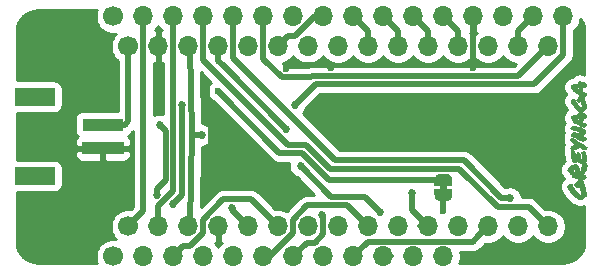
<source format=gbr>
G04 #@! TF.GenerationSoftware,KiCad,Pcbnew,5.1.5-52549c5~84~ubuntu18.04.1*
G04 #@! TF.CreationDate,2020-01-18T20:00:26-07:00*
G04 #@! TF.ProjectId,FeatherWing_KC5,46656174-6865-4725-9769-6e675f4b4335,rev?*
G04 #@! TF.SameCoordinates,Original*
G04 #@! TF.FileFunction,Copper,L1,Top*
G04 #@! TF.FilePolarity,Positive*
%FSLAX46Y46*%
G04 Gerber Fmt 4.6, Leading zero omitted, Abs format (unit mm)*
G04 Created by KiCad (PCBNEW 5.1.5-52549c5~84~ubuntu18.04.1) date 2020-01-18 20:00:26*
%MOMM*%
%LPD*%
G04 APERTURE LIST*
%ADD10C,0.010000*%
%ADD11C,0.100000*%
%ADD12C,1.700000*%
%ADD13O,1.700000X1.700000*%
%ADD14R,3.500000X1.000000*%
%ADD15C,0.600000*%
%ADD16C,0.685800*%
%ADD17C,0.500000*%
%ADD18C,0.400000*%
%ADD19C,0.254000*%
G04 APERTURE END LIST*
D10*
G36*
X161034171Y-94196746D02*
G01*
X161087287Y-94113408D01*
X161166836Y-94030742D01*
X161265471Y-93954104D01*
X161375845Y-93888850D01*
X161490612Y-93840337D01*
X161602426Y-93813924D01*
X161652153Y-93810666D01*
X161717002Y-93813485D01*
X161763116Y-93827034D01*
X161807341Y-93858956D01*
X161850470Y-93900625D01*
X161901562Y-93959614D01*
X161943882Y-94028312D01*
X161984190Y-94118911D01*
X162010212Y-94188835D01*
X162042771Y-94278348D01*
X162065529Y-94333321D01*
X162082039Y-94359390D01*
X162095855Y-94362187D01*
X162110350Y-94347585D01*
X162169605Y-94250100D01*
X162215804Y-94129956D01*
X162252493Y-93977799D01*
X162254510Y-93967231D01*
X162272442Y-93878766D01*
X162290031Y-93803303D01*
X162304415Y-93752732D01*
X162308761Y-93741875D01*
X162315417Y-93717516D01*
X162296196Y-93706960D01*
X162249516Y-93704833D01*
X162184390Y-93693830D01*
X162093793Y-93663051D01*
X161996587Y-93620166D01*
X161901018Y-93575255D01*
X161835175Y-93548562D01*
X161791552Y-93538162D01*
X161762642Y-93542128D01*
X161744024Y-93555361D01*
X161712740Y-93569332D01*
X161654953Y-93583161D01*
X161614884Y-93589560D01*
X161549095Y-93596156D01*
X161510853Y-93591417D01*
X161486095Y-93571789D01*
X161473430Y-93553824D01*
X161450591Y-93503512D01*
X161423578Y-93420452D01*
X161394618Y-93313741D01*
X161365937Y-93192478D01*
X161339761Y-93065762D01*
X161318317Y-92942691D01*
X161310317Y-92887269D01*
X161298761Y-92795801D01*
X161294001Y-92736302D01*
X161296847Y-92698836D01*
X161308106Y-92673463D01*
X161328587Y-92650248D01*
X161329688Y-92649144D01*
X161361920Y-92610472D01*
X161374666Y-92583000D01*
X161393024Y-92567998D01*
X161436630Y-92561833D01*
X161503512Y-92581846D01*
X161556725Y-92641549D01*
X161595897Y-92740444D01*
X161607510Y-92790661D01*
X161626903Y-92878820D01*
X161649704Y-92967946D01*
X161660899Y-93006333D01*
X161681911Y-93078092D01*
X161698728Y-93143148D01*
X161702391Y-93159791D01*
X161722682Y-93204665D01*
X161748406Y-93218000D01*
X161765699Y-93212811D01*
X161774150Y-93191562D01*
X161774870Y-93145727D01*
X161768967Y-93066780D01*
X161768609Y-93062805D01*
X161754545Y-92907610D01*
X161827768Y-92829972D01*
X161876350Y-92784939D01*
X161918340Y-92756923D01*
X161933733Y-92752333D01*
X161960975Y-92769469D01*
X161998352Y-92813936D01*
X162030206Y-92863458D01*
X162064069Y-92928130D01*
X162083404Y-92985410D01*
X162092122Y-93052158D01*
X162094134Y-93138936D01*
X162094944Y-93221916D01*
X162099589Y-93273616D01*
X162111766Y-93305089D01*
X162135172Y-93327387D01*
X162163125Y-93345232D01*
X162211623Y-93372488D01*
X162244285Y-93386681D01*
X162247791Y-93387254D01*
X162258667Y-93367802D01*
X162263140Y-93314807D01*
X162261530Y-93236520D01*
X162254160Y-93141194D01*
X162241351Y-93037081D01*
X162231816Y-92977404D01*
X162199966Y-92794762D01*
X162277467Y-92721662D01*
X162331382Y-92677204D01*
X162373809Y-92664599D01*
X162416849Y-92684765D01*
X162470452Y-92736316D01*
X162506056Y-92796437D01*
X162537902Y-92894488D01*
X162564958Y-93026156D01*
X162586191Y-93187125D01*
X162591380Y-93241731D01*
X162594301Y-93398669D01*
X162572630Y-93521685D01*
X162526220Y-93611420D01*
X162500554Y-93638262D01*
X162465343Y-93670519D01*
X162461024Y-93681853D01*
X162486001Y-93678481D01*
X162490465Y-93677480D01*
X162547369Y-93685823D01*
X162591007Y-93716582D01*
X162631746Y-93783122D01*
X162643677Y-93880235D01*
X162626807Y-94007482D01*
X162582715Y-94159916D01*
X162512347Y-94342028D01*
X162439692Y-94490594D01*
X162369500Y-94597380D01*
X162369500Y-93704833D01*
X162386922Y-93697089D01*
X162383611Y-93690722D01*
X162358491Y-93688189D01*
X162355388Y-93690722D01*
X162358294Y-93703306D01*
X162369500Y-93704833D01*
X162369500Y-94597380D01*
X162366799Y-94601490D01*
X162358207Y-94611982D01*
X162324202Y-94654040D01*
X162316388Y-94673124D01*
X162333277Y-94678297D01*
X162347294Y-94678500D01*
X162394218Y-94687938D01*
X162455949Y-94711469D01*
X162474388Y-94720351D01*
X162542085Y-94772410D01*
X162574704Y-94837413D01*
X162569500Y-94907645D01*
X162552897Y-94940742D01*
X162503817Y-94983259D01*
X162426883Y-95015047D01*
X162336029Y-95032144D01*
X162245192Y-95030586D01*
X162239797Y-95029773D01*
X162152220Y-95015769D01*
X162218131Y-95090837D01*
X162258379Y-95139305D01*
X162291070Y-95187079D01*
X162319556Y-95241956D01*
X162347186Y-95311735D01*
X162377312Y-95404215D01*
X162413286Y-95527195D01*
X162427954Y-95579157D01*
X162492202Y-95825142D01*
X162537202Y-96036604D01*
X162562871Y-96212885D01*
X162569131Y-96353329D01*
X162555900Y-96457277D01*
X162540194Y-96498833D01*
X162461152Y-96606041D01*
X162352152Y-96686896D01*
X162218462Y-96738526D01*
X162065350Y-96758056D01*
X162064945Y-96758062D01*
X161959740Y-96740814D01*
X161841820Y-96688664D01*
X161715604Y-96605426D01*
X161585507Y-96494910D01*
X161455948Y-96360929D01*
X161331344Y-96207293D01*
X161216111Y-96037814D01*
X161200351Y-96012000D01*
X161149410Y-95928717D01*
X161102304Y-95854118D01*
X161066014Y-95799152D01*
X161053460Y-95781604D01*
X161028284Y-95734707D01*
X161015892Y-95684477D01*
X161018092Y-95645194D01*
X161034414Y-95631000D01*
X161055205Y-95614029D01*
X161086069Y-95570868D01*
X161103441Y-95541362D01*
X161140812Y-95483478D01*
X161179938Y-95453163D01*
X161236741Y-95438095D01*
X161236911Y-95438067D01*
X161295889Y-95431344D01*
X161337671Y-95431663D01*
X161343453Y-95433052D01*
X161362504Y-95454880D01*
X161393857Y-95505628D01*
X161431867Y-95575877D01*
X161446592Y-95605138D01*
X161498708Y-95704512D01*
X161559380Y-95810999D01*
X161615901Y-95902335D01*
X161618431Y-95906166D01*
X161684181Y-95993662D01*
X161772299Y-96095006D01*
X161871964Y-96199068D01*
X161972353Y-96294720D01*
X162062647Y-96370832D01*
X162089129Y-96390285D01*
X162134459Y-96419131D01*
X162157992Y-96423331D01*
X162170863Y-96404838D01*
X162170941Y-96404637D01*
X162177648Y-96355100D01*
X162175023Y-96272926D01*
X162163950Y-96166562D01*
X162145311Y-96044454D01*
X162126083Y-95946191D01*
X162126083Y-95017166D01*
X162136666Y-95006583D01*
X162126083Y-94996000D01*
X162115500Y-95006583D01*
X162126083Y-95017166D01*
X162126083Y-95946191D01*
X162119989Y-95915048D01*
X162119575Y-95913150D01*
X162095009Y-95803292D01*
X162075388Y-95729576D01*
X162056818Y-95686742D01*
X162035409Y-95669529D01*
X162007267Y-95672680D01*
X161968499Y-95690934D01*
X161958904Y-95696054D01*
X161902850Y-95720575D01*
X161859283Y-95730076D01*
X161849866Y-95728776D01*
X161820298Y-95732495D01*
X161813973Y-95741830D01*
X161793083Y-95757872D01*
X161756969Y-95741510D01*
X161711857Y-95696839D01*
X161680176Y-95653837D01*
X161623869Y-95568752D01*
X161705643Y-95407939D01*
X161761733Y-95309864D01*
X161830947Y-95205852D01*
X161898532Y-95118039D01*
X161900049Y-95116271D01*
X161954793Y-95050565D01*
X161983357Y-95009617D01*
X161988863Y-94987634D01*
X161974433Y-94978822D01*
X161974132Y-94978769D01*
X161917020Y-94967785D01*
X161837674Y-94951059D01*
X161745690Y-94930794D01*
X161707598Y-94922135D01*
X161707598Y-94506879D01*
X161728909Y-94503455D01*
X161727967Y-94467496D01*
X161706810Y-94396668D01*
X161680017Y-94322269D01*
X161644836Y-94238405D01*
X161612790Y-94193547D01*
X161578285Y-94185278D01*
X161535726Y-94211178D01*
X161501265Y-94245010D01*
X161475426Y-94277043D01*
X161469409Y-94304841D01*
X161486996Y-94336091D01*
X161531972Y-94378479D01*
X161590081Y-94425468D01*
X161662001Y-94480105D01*
X161707598Y-94506879D01*
X161707598Y-94922135D01*
X161650660Y-94909191D01*
X161562179Y-94888451D01*
X161489840Y-94870775D01*
X161443238Y-94858365D01*
X161431397Y-94854233D01*
X161420848Y-94827327D01*
X161421851Y-94782043D01*
X161423484Y-94747624D01*
X161413587Y-94716452D01*
X161386772Y-94682156D01*
X161337649Y-94638366D01*
X161260831Y-94578710D01*
X161230857Y-94556227D01*
X161127629Y-94468409D01*
X161055918Y-94383953D01*
X161019111Y-94307266D01*
X161014833Y-94275397D01*
X161034171Y-94196746D01*
G37*
X161034171Y-94196746D02*
X161087287Y-94113408D01*
X161166836Y-94030742D01*
X161265471Y-93954104D01*
X161375845Y-93888850D01*
X161490612Y-93840337D01*
X161602426Y-93813924D01*
X161652153Y-93810666D01*
X161717002Y-93813485D01*
X161763116Y-93827034D01*
X161807341Y-93858956D01*
X161850470Y-93900625D01*
X161901562Y-93959614D01*
X161943882Y-94028312D01*
X161984190Y-94118911D01*
X162010212Y-94188835D01*
X162042771Y-94278348D01*
X162065529Y-94333321D01*
X162082039Y-94359390D01*
X162095855Y-94362187D01*
X162110350Y-94347585D01*
X162169605Y-94250100D01*
X162215804Y-94129956D01*
X162252493Y-93977799D01*
X162254510Y-93967231D01*
X162272442Y-93878766D01*
X162290031Y-93803303D01*
X162304415Y-93752732D01*
X162308761Y-93741875D01*
X162315417Y-93717516D01*
X162296196Y-93706960D01*
X162249516Y-93704833D01*
X162184390Y-93693830D01*
X162093793Y-93663051D01*
X161996587Y-93620166D01*
X161901018Y-93575255D01*
X161835175Y-93548562D01*
X161791552Y-93538162D01*
X161762642Y-93542128D01*
X161744024Y-93555361D01*
X161712740Y-93569332D01*
X161654953Y-93583161D01*
X161614884Y-93589560D01*
X161549095Y-93596156D01*
X161510853Y-93591417D01*
X161486095Y-93571789D01*
X161473430Y-93553824D01*
X161450591Y-93503512D01*
X161423578Y-93420452D01*
X161394618Y-93313741D01*
X161365937Y-93192478D01*
X161339761Y-93065762D01*
X161318317Y-92942691D01*
X161310317Y-92887269D01*
X161298761Y-92795801D01*
X161294001Y-92736302D01*
X161296847Y-92698836D01*
X161308106Y-92673463D01*
X161328587Y-92650248D01*
X161329688Y-92649144D01*
X161361920Y-92610472D01*
X161374666Y-92583000D01*
X161393024Y-92567998D01*
X161436630Y-92561833D01*
X161503512Y-92581846D01*
X161556725Y-92641549D01*
X161595897Y-92740444D01*
X161607510Y-92790661D01*
X161626903Y-92878820D01*
X161649704Y-92967946D01*
X161660899Y-93006333D01*
X161681911Y-93078092D01*
X161698728Y-93143148D01*
X161702391Y-93159791D01*
X161722682Y-93204665D01*
X161748406Y-93218000D01*
X161765699Y-93212811D01*
X161774150Y-93191562D01*
X161774870Y-93145727D01*
X161768967Y-93066780D01*
X161768609Y-93062805D01*
X161754545Y-92907610D01*
X161827768Y-92829972D01*
X161876350Y-92784939D01*
X161918340Y-92756923D01*
X161933733Y-92752333D01*
X161960975Y-92769469D01*
X161998352Y-92813936D01*
X162030206Y-92863458D01*
X162064069Y-92928130D01*
X162083404Y-92985410D01*
X162092122Y-93052158D01*
X162094134Y-93138936D01*
X162094944Y-93221916D01*
X162099589Y-93273616D01*
X162111766Y-93305089D01*
X162135172Y-93327387D01*
X162163125Y-93345232D01*
X162211623Y-93372488D01*
X162244285Y-93386681D01*
X162247791Y-93387254D01*
X162258667Y-93367802D01*
X162263140Y-93314807D01*
X162261530Y-93236520D01*
X162254160Y-93141194D01*
X162241351Y-93037081D01*
X162231816Y-92977404D01*
X162199966Y-92794762D01*
X162277467Y-92721662D01*
X162331382Y-92677204D01*
X162373809Y-92664599D01*
X162416849Y-92684765D01*
X162470452Y-92736316D01*
X162506056Y-92796437D01*
X162537902Y-92894488D01*
X162564958Y-93026156D01*
X162586191Y-93187125D01*
X162591380Y-93241731D01*
X162594301Y-93398669D01*
X162572630Y-93521685D01*
X162526220Y-93611420D01*
X162500554Y-93638262D01*
X162465343Y-93670519D01*
X162461024Y-93681853D01*
X162486001Y-93678481D01*
X162490465Y-93677480D01*
X162547369Y-93685823D01*
X162591007Y-93716582D01*
X162631746Y-93783122D01*
X162643677Y-93880235D01*
X162626807Y-94007482D01*
X162582715Y-94159916D01*
X162512347Y-94342028D01*
X162439692Y-94490594D01*
X162369500Y-94597380D01*
X162369500Y-93704833D01*
X162386922Y-93697089D01*
X162383611Y-93690722D01*
X162358491Y-93688189D01*
X162355388Y-93690722D01*
X162358294Y-93703306D01*
X162369500Y-93704833D01*
X162369500Y-94597380D01*
X162366799Y-94601490D01*
X162358207Y-94611982D01*
X162324202Y-94654040D01*
X162316388Y-94673124D01*
X162333277Y-94678297D01*
X162347294Y-94678500D01*
X162394218Y-94687938D01*
X162455949Y-94711469D01*
X162474388Y-94720351D01*
X162542085Y-94772410D01*
X162574704Y-94837413D01*
X162569500Y-94907645D01*
X162552897Y-94940742D01*
X162503817Y-94983259D01*
X162426883Y-95015047D01*
X162336029Y-95032144D01*
X162245192Y-95030586D01*
X162239797Y-95029773D01*
X162152220Y-95015769D01*
X162218131Y-95090837D01*
X162258379Y-95139305D01*
X162291070Y-95187079D01*
X162319556Y-95241956D01*
X162347186Y-95311735D01*
X162377312Y-95404215D01*
X162413286Y-95527195D01*
X162427954Y-95579157D01*
X162492202Y-95825142D01*
X162537202Y-96036604D01*
X162562871Y-96212885D01*
X162569131Y-96353329D01*
X162555900Y-96457277D01*
X162540194Y-96498833D01*
X162461152Y-96606041D01*
X162352152Y-96686896D01*
X162218462Y-96738526D01*
X162065350Y-96758056D01*
X162064945Y-96758062D01*
X161959740Y-96740814D01*
X161841820Y-96688664D01*
X161715604Y-96605426D01*
X161585507Y-96494910D01*
X161455948Y-96360929D01*
X161331344Y-96207293D01*
X161216111Y-96037814D01*
X161200351Y-96012000D01*
X161149410Y-95928717D01*
X161102304Y-95854118D01*
X161066014Y-95799152D01*
X161053460Y-95781604D01*
X161028284Y-95734707D01*
X161015892Y-95684477D01*
X161018092Y-95645194D01*
X161034414Y-95631000D01*
X161055205Y-95614029D01*
X161086069Y-95570868D01*
X161103441Y-95541362D01*
X161140812Y-95483478D01*
X161179938Y-95453163D01*
X161236741Y-95438095D01*
X161236911Y-95438067D01*
X161295889Y-95431344D01*
X161337671Y-95431663D01*
X161343453Y-95433052D01*
X161362504Y-95454880D01*
X161393857Y-95505628D01*
X161431867Y-95575877D01*
X161446592Y-95605138D01*
X161498708Y-95704512D01*
X161559380Y-95810999D01*
X161615901Y-95902335D01*
X161618431Y-95906166D01*
X161684181Y-95993662D01*
X161772299Y-96095006D01*
X161871964Y-96199068D01*
X161972353Y-96294720D01*
X162062647Y-96370832D01*
X162089129Y-96390285D01*
X162134459Y-96419131D01*
X162157992Y-96423331D01*
X162170863Y-96404838D01*
X162170941Y-96404637D01*
X162177648Y-96355100D01*
X162175023Y-96272926D01*
X162163950Y-96166562D01*
X162145311Y-96044454D01*
X162126083Y-95946191D01*
X162126083Y-95017166D01*
X162136666Y-95006583D01*
X162126083Y-94996000D01*
X162115500Y-95006583D01*
X162126083Y-95017166D01*
X162126083Y-95946191D01*
X162119989Y-95915048D01*
X162119575Y-95913150D01*
X162095009Y-95803292D01*
X162075388Y-95729576D01*
X162056818Y-95686742D01*
X162035409Y-95669529D01*
X162007267Y-95672680D01*
X161968499Y-95690934D01*
X161958904Y-95696054D01*
X161902850Y-95720575D01*
X161859283Y-95730076D01*
X161849866Y-95728776D01*
X161820298Y-95732495D01*
X161813973Y-95741830D01*
X161793083Y-95757872D01*
X161756969Y-95741510D01*
X161711857Y-95696839D01*
X161680176Y-95653837D01*
X161623869Y-95568752D01*
X161705643Y-95407939D01*
X161761733Y-95309864D01*
X161830947Y-95205852D01*
X161898532Y-95118039D01*
X161900049Y-95116271D01*
X161954793Y-95050565D01*
X161983357Y-95009617D01*
X161988863Y-94987634D01*
X161974433Y-94978822D01*
X161974132Y-94978769D01*
X161917020Y-94967785D01*
X161837674Y-94951059D01*
X161745690Y-94930794D01*
X161707598Y-94922135D01*
X161707598Y-94506879D01*
X161728909Y-94503455D01*
X161727967Y-94467496D01*
X161706810Y-94396668D01*
X161680017Y-94322269D01*
X161644836Y-94238405D01*
X161612790Y-94193547D01*
X161578285Y-94185278D01*
X161535726Y-94211178D01*
X161501265Y-94245010D01*
X161475426Y-94277043D01*
X161469409Y-94304841D01*
X161486996Y-94336091D01*
X161531972Y-94378479D01*
X161590081Y-94425468D01*
X161662001Y-94480105D01*
X161707598Y-94506879D01*
X161707598Y-94922135D01*
X161650660Y-94909191D01*
X161562179Y-94888451D01*
X161489840Y-94870775D01*
X161443238Y-94858365D01*
X161431397Y-94854233D01*
X161420848Y-94827327D01*
X161421851Y-94782043D01*
X161423484Y-94747624D01*
X161413587Y-94716452D01*
X161386772Y-94682156D01*
X161337649Y-94638366D01*
X161260831Y-94578710D01*
X161230857Y-94556227D01*
X161127629Y-94468409D01*
X161055918Y-94383953D01*
X161019111Y-94307266D01*
X161014833Y-94275397D01*
X161034171Y-94196746D01*
G36*
X161282410Y-91675527D02*
G01*
X161316936Y-91624711D01*
X161340450Y-91597014D01*
X161385687Y-91553881D01*
X161427156Y-91533622D01*
X161471764Y-91538106D01*
X161526420Y-91569201D01*
X161598030Y-91628776D01*
X161655406Y-91682196D01*
X161762928Y-91772548D01*
X161908353Y-91875570D01*
X162089630Y-91989939D01*
X162304708Y-92114333D01*
X162443583Y-92190259D01*
X162548768Y-92251668D01*
X162615613Y-92302273D01*
X162643174Y-92341328D01*
X162643838Y-92348920D01*
X162635599Y-92374649D01*
X162616720Y-92421072D01*
X162615119Y-92424763D01*
X162570739Y-92483978D01*
X162505077Y-92526710D01*
X162444735Y-92540666D01*
X162414891Y-92531433D01*
X162356902Y-92506499D01*
X162280014Y-92470017D01*
X162218190Y-92438953D01*
X162020250Y-92337240D01*
X161950684Y-92384448D01*
X161892295Y-92415931D01*
X161813577Y-92443120D01*
X161708056Y-92467701D01*
X161569259Y-92491361D01*
X161503817Y-92500827D01*
X161421923Y-92511109D01*
X161370394Y-92513154D01*
X161337870Y-92505883D01*
X161312993Y-92488214D01*
X161306673Y-92482081D01*
X161283730Y-92456286D01*
X161277713Y-92432020D01*
X161289276Y-92395402D01*
X161313165Y-92344717D01*
X161345806Y-92285770D01*
X161382296Y-92245171D01*
X161432843Y-92216603D01*
X161507651Y-92193752D01*
X161584429Y-92176848D01*
X161720108Y-92149083D01*
X161613510Y-92074541D01*
X161490151Y-91981847D01*
X161390379Y-91893690D01*
X161318034Y-91814112D01*
X161276954Y-91747155D01*
X161268833Y-91711635D01*
X161282410Y-91675527D01*
G37*
X161282410Y-91675527D02*
X161316936Y-91624711D01*
X161340450Y-91597014D01*
X161385687Y-91553881D01*
X161427156Y-91533622D01*
X161471764Y-91538106D01*
X161526420Y-91569201D01*
X161598030Y-91628776D01*
X161655406Y-91682196D01*
X161762928Y-91772548D01*
X161908353Y-91875570D01*
X162089630Y-91989939D01*
X162304708Y-92114333D01*
X162443583Y-92190259D01*
X162548768Y-92251668D01*
X162615613Y-92302273D01*
X162643174Y-92341328D01*
X162643838Y-92348920D01*
X162635599Y-92374649D01*
X162616720Y-92421072D01*
X162615119Y-92424763D01*
X162570739Y-92483978D01*
X162505077Y-92526710D01*
X162444735Y-92540666D01*
X162414891Y-92531433D01*
X162356902Y-92506499D01*
X162280014Y-92470017D01*
X162218190Y-92438953D01*
X162020250Y-92337240D01*
X161950684Y-92384448D01*
X161892295Y-92415931D01*
X161813577Y-92443120D01*
X161708056Y-92467701D01*
X161569259Y-92491361D01*
X161503817Y-92500827D01*
X161421923Y-92511109D01*
X161370394Y-92513154D01*
X161337870Y-92505883D01*
X161312993Y-92488214D01*
X161306673Y-92482081D01*
X161283730Y-92456286D01*
X161277713Y-92432020D01*
X161289276Y-92395402D01*
X161313165Y-92344717D01*
X161345806Y-92285770D01*
X161382296Y-92245171D01*
X161432843Y-92216603D01*
X161507651Y-92193752D01*
X161584429Y-92176848D01*
X161720108Y-92149083D01*
X161613510Y-92074541D01*
X161490151Y-91981847D01*
X161390379Y-91893690D01*
X161318034Y-91814112D01*
X161276954Y-91747155D01*
X161268833Y-91711635D01*
X161282410Y-91675527D01*
G36*
X161302137Y-88406840D02*
G01*
X161332348Y-88352653D01*
X161371333Y-88298736D01*
X161409791Y-88258077D01*
X161436634Y-88243544D01*
X161484498Y-88237888D01*
X161515106Y-88231129D01*
X161537528Y-88230119D01*
X161560044Y-88243890D01*
X161587437Y-88278350D01*
X161624489Y-88339409D01*
X161670992Y-88423736D01*
X161807433Y-88646540D01*
X161955529Y-88830904D01*
X162111690Y-88975088D01*
X162231916Y-89069635D01*
X162242500Y-88947776D01*
X162246182Y-88880260D01*
X162244761Y-88831645D01*
X162240328Y-88815333D01*
X162230429Y-88789894D01*
X162219262Y-88736661D01*
X162213531Y-88698916D01*
X162198980Y-88613658D01*
X162179483Y-88527837D01*
X162172774Y-88503730D01*
X162146059Y-88414376D01*
X162086026Y-88445521D01*
X162035356Y-88467580D01*
X161998427Y-88476666D01*
X161967498Y-88492230D01*
X161962793Y-88500868D01*
X161942505Y-88514509D01*
X161907747Y-88499181D01*
X161867456Y-88461190D01*
X161831168Y-88407966D01*
X161792599Y-88336347D01*
X161879735Y-88177580D01*
X161926837Y-88097269D01*
X161973997Y-88025966D01*
X162012647Y-87976418D01*
X162020019Y-87968883D01*
X162055982Y-87928953D01*
X162072720Y-87898245D01*
X162072879Y-87896185D01*
X162054557Y-87878646D01*
X162009666Y-87852158D01*
X162009666Y-87480405D01*
X162009666Y-87398184D01*
X162006682Y-87336372D01*
X161999332Y-87289860D01*
X161997627Y-87284589D01*
X161975234Y-87267332D01*
X161925577Y-87268770D01*
X161844467Y-87289318D01*
X161798138Y-87304384D01*
X161787867Y-87321198D01*
X161814515Y-87352761D01*
X161878839Y-87399788D01*
X161940875Y-87438782D01*
X162009666Y-87480405D01*
X162009666Y-87852158D01*
X162005416Y-87849650D01*
X161933798Y-87813808D01*
X161878518Y-87788750D01*
X161737133Y-87724372D01*
X161632497Y-87670040D01*
X161560922Y-87623258D01*
X161518724Y-87581531D01*
X161502217Y-87542362D01*
X161501666Y-87533588D01*
X161483054Y-87475518D01*
X161431193Y-87408861D01*
X161352048Y-87340977D01*
X161336950Y-87330285D01*
X161308861Y-87307541D01*
X161298824Y-87282010D01*
X161304575Y-87239418D01*
X161315656Y-87196013D01*
X161344617Y-87119131D01*
X161388178Y-87070330D01*
X161456507Y-87041404D01*
X161522833Y-87028826D01*
X161593455Y-87017150D01*
X161684831Y-86999849D01*
X161771541Y-86981869D01*
X161853321Y-86961948D01*
X161900864Y-86943992D01*
X161921891Y-86924358D01*
X161925000Y-86909418D01*
X161935752Y-86863830D01*
X161962261Y-86808506D01*
X161995902Y-86757502D01*
X162028052Y-86724872D01*
X162041314Y-86719833D01*
X162070780Y-86734648D01*
X162113459Y-86772087D01*
X162133579Y-86793634D01*
X162177436Y-86838901D01*
X162214759Y-86857939D01*
X162264560Y-86858278D01*
X162289230Y-86855269D01*
X162387551Y-86862283D01*
X162476801Y-86907852D01*
X162550679Y-86988290D01*
X162569120Y-87019070D01*
X162594285Y-87073643D01*
X162597327Y-87115463D01*
X162581970Y-87162394D01*
X162555687Y-87206507D01*
X162529446Y-87220420D01*
X162527213Y-87219781D01*
X162494471Y-87226056D01*
X162463458Y-87250427D01*
X162424570Y-87284926D01*
X162396306Y-87282171D01*
X162368623Y-87240395D01*
X162365078Y-87233125D01*
X162334326Y-87189269D01*
X162304344Y-87174482D01*
X162284895Y-87189402D01*
X162284286Y-87227833D01*
X162289915Y-87278129D01*
X162293796Y-87351690D01*
X162294869Y-87407000D01*
X162292964Y-87480371D01*
X162284140Y-87523228D01*
X162264933Y-87547246D01*
X162250805Y-87555616D01*
X162224022Y-87577954D01*
X162232674Y-87602189D01*
X162278758Y-87630083D01*
X162364269Y-87663400D01*
X162378250Y-87668175D01*
X162450942Y-87696772D01*
X162512271Y-87727914D01*
X162538825Y-87746409D01*
X162572748Y-87799816D01*
X162579367Y-87863409D01*
X162562249Y-87924640D01*
X162524961Y-87970960D01*
X162471070Y-87989822D01*
X162469624Y-87989833D01*
X162432017Y-88001465D01*
X162422381Y-88011057D01*
X162394160Y-88020753D01*
X162370320Y-88011439D01*
X162346948Y-88000706D01*
X162342615Y-88008947D01*
X162357210Y-88043948D01*
X162369482Y-88069590D01*
X162391851Y-88125942D01*
X162420915Y-88213395D01*
X162453767Y-88321820D01*
X162487502Y-88441085D01*
X162519216Y-88561063D01*
X162546002Y-88671623D01*
X162558042Y-88726990D01*
X162581077Y-88897748D01*
X162573692Y-89039447D01*
X162535355Y-89153007D01*
X162465533Y-89239349D01*
X162363695Y-89299395D01*
X162229307Y-89334065D01*
X162205321Y-89337252D01*
X162099770Y-89349753D01*
X162143680Y-89415918D01*
X162176234Y-89457612D01*
X162210978Y-89474897D01*
X162266040Y-89475610D01*
X162279429Y-89474590D01*
X162353629Y-89475963D01*
X162421943Y-89488791D01*
X162434433Y-89493260D01*
X162506251Y-89540564D01*
X162559215Y-89608897D01*
X162587531Y-89686450D01*
X162585402Y-89761415D01*
X162576964Y-89783708D01*
X162546023Y-89820285D01*
X162517712Y-89831333D01*
X162477112Y-89846088D01*
X162444035Y-89873167D01*
X162404601Y-89902320D01*
X162378138Y-89892877D01*
X162369500Y-89851995D01*
X162355868Y-89817321D01*
X162325166Y-89787664D01*
X162292682Y-89775218D01*
X162279501Y-89780221D01*
X162276793Y-89805897D01*
X162283818Y-89855748D01*
X162286796Y-89869435D01*
X162305062Y-89985944D01*
X162302135Y-90081038D01*
X162278574Y-90148206D01*
X162261126Y-90167800D01*
X162216253Y-90204136D01*
X162269745Y-90239185D01*
X162324130Y-90266316D01*
X162395572Y-90291852D01*
X162419508Y-90298475D01*
X162506719Y-90335821D01*
X162560806Y-90393455D01*
X162578267Y-90467287D01*
X162577163Y-90482746D01*
X162553763Y-90535053D01*
X162505091Y-90583156D01*
X162445578Y-90616658D01*
X162389657Y-90625166D01*
X162381808Y-90623455D01*
X162362795Y-90616959D01*
X162332721Y-90604885D01*
X162287653Y-90585463D01*
X162223662Y-90556921D01*
X162136816Y-90517490D01*
X162023185Y-90465399D01*
X162009666Y-90459169D01*
X162009666Y-90088042D01*
X162009666Y-89992687D01*
X162005570Y-89932610D01*
X161995237Y-89892283D01*
X161989585Y-89884921D01*
X161958611Y-89882360D01*
X161903116Y-89890072D01*
X161872349Y-89896974D01*
X161815135Y-89913060D01*
X161792419Y-89926915D01*
X161797253Y-89944932D01*
X161807261Y-89956872D01*
X161845369Y-89989043D01*
X161902539Y-90027296D01*
X161924497Y-90040174D01*
X162009666Y-90088042D01*
X162009666Y-90459169D01*
X161878838Y-90398877D01*
X161710106Y-90320900D01*
X161612749Y-90272446D01*
X161549692Y-90231330D01*
X161514842Y-90192218D01*
X161502108Y-90149775D01*
X161501666Y-90138379D01*
X161482337Y-90087950D01*
X161424184Y-90021862D01*
X161395885Y-89996081D01*
X161290104Y-89903547D01*
X161327094Y-89788065D01*
X161349545Y-89722688D01*
X161371346Y-89686336D01*
X161404567Y-89667659D01*
X161461280Y-89655304D01*
X161469916Y-89653765D01*
X161617833Y-89627001D01*
X161729201Y-89605352D01*
X161809264Y-89587198D01*
X161863268Y-89570917D01*
X161896456Y-89554889D01*
X161914074Y-89537492D01*
X161921366Y-89517106D01*
X161921837Y-89514093D01*
X161939679Y-89458545D01*
X161969462Y-89405010D01*
X161999840Y-89356102D01*
X162003459Y-89321423D01*
X161976530Y-89290002D01*
X161916471Y-89251573D01*
X161860657Y-89211419D01*
X161789089Y-89149530D01*
X161713498Y-89076364D01*
X161678346Y-89039346D01*
X161616861Y-88967154D01*
X161549275Y-88879109D01*
X161480545Y-88782755D01*
X161415627Y-88685634D01*
X161359478Y-88595293D01*
X161317056Y-88519273D01*
X161293316Y-88465120D01*
X161290000Y-88448309D01*
X161302137Y-88406840D01*
G37*
X161302137Y-88406840D02*
X161332348Y-88352653D01*
X161371333Y-88298736D01*
X161409791Y-88258077D01*
X161436634Y-88243544D01*
X161484498Y-88237888D01*
X161515106Y-88231129D01*
X161537528Y-88230119D01*
X161560044Y-88243890D01*
X161587437Y-88278350D01*
X161624489Y-88339409D01*
X161670992Y-88423736D01*
X161807433Y-88646540D01*
X161955529Y-88830904D01*
X162111690Y-88975088D01*
X162231916Y-89069635D01*
X162242500Y-88947776D01*
X162246182Y-88880260D01*
X162244761Y-88831645D01*
X162240328Y-88815333D01*
X162230429Y-88789894D01*
X162219262Y-88736661D01*
X162213531Y-88698916D01*
X162198980Y-88613658D01*
X162179483Y-88527837D01*
X162172774Y-88503730D01*
X162146059Y-88414376D01*
X162086026Y-88445521D01*
X162035356Y-88467580D01*
X161998427Y-88476666D01*
X161967498Y-88492230D01*
X161962793Y-88500868D01*
X161942505Y-88514509D01*
X161907747Y-88499181D01*
X161867456Y-88461190D01*
X161831168Y-88407966D01*
X161792599Y-88336347D01*
X161879735Y-88177580D01*
X161926837Y-88097269D01*
X161973997Y-88025966D01*
X162012647Y-87976418D01*
X162020019Y-87968883D01*
X162055982Y-87928953D01*
X162072720Y-87898245D01*
X162072879Y-87896185D01*
X162054557Y-87878646D01*
X162009666Y-87852158D01*
X162009666Y-87480405D01*
X162009666Y-87398184D01*
X162006682Y-87336372D01*
X161999332Y-87289860D01*
X161997627Y-87284589D01*
X161975234Y-87267332D01*
X161925577Y-87268770D01*
X161844467Y-87289318D01*
X161798138Y-87304384D01*
X161787867Y-87321198D01*
X161814515Y-87352761D01*
X161878839Y-87399788D01*
X161940875Y-87438782D01*
X162009666Y-87480405D01*
X162009666Y-87852158D01*
X162005416Y-87849650D01*
X161933798Y-87813808D01*
X161878518Y-87788750D01*
X161737133Y-87724372D01*
X161632497Y-87670040D01*
X161560922Y-87623258D01*
X161518724Y-87581531D01*
X161502217Y-87542362D01*
X161501666Y-87533588D01*
X161483054Y-87475518D01*
X161431193Y-87408861D01*
X161352048Y-87340977D01*
X161336950Y-87330285D01*
X161308861Y-87307541D01*
X161298824Y-87282010D01*
X161304575Y-87239418D01*
X161315656Y-87196013D01*
X161344617Y-87119131D01*
X161388178Y-87070330D01*
X161456507Y-87041404D01*
X161522833Y-87028826D01*
X161593455Y-87017150D01*
X161684831Y-86999849D01*
X161771541Y-86981869D01*
X161853321Y-86961948D01*
X161900864Y-86943992D01*
X161921891Y-86924358D01*
X161925000Y-86909418D01*
X161935752Y-86863830D01*
X161962261Y-86808506D01*
X161995902Y-86757502D01*
X162028052Y-86724872D01*
X162041314Y-86719833D01*
X162070780Y-86734648D01*
X162113459Y-86772087D01*
X162133579Y-86793634D01*
X162177436Y-86838901D01*
X162214759Y-86857939D01*
X162264560Y-86858278D01*
X162289230Y-86855269D01*
X162387551Y-86862283D01*
X162476801Y-86907852D01*
X162550679Y-86988290D01*
X162569120Y-87019070D01*
X162594285Y-87073643D01*
X162597327Y-87115463D01*
X162581970Y-87162394D01*
X162555687Y-87206507D01*
X162529446Y-87220420D01*
X162527213Y-87219781D01*
X162494471Y-87226056D01*
X162463458Y-87250427D01*
X162424570Y-87284926D01*
X162396306Y-87282171D01*
X162368623Y-87240395D01*
X162365078Y-87233125D01*
X162334326Y-87189269D01*
X162304344Y-87174482D01*
X162284895Y-87189402D01*
X162284286Y-87227833D01*
X162289915Y-87278129D01*
X162293796Y-87351690D01*
X162294869Y-87407000D01*
X162292964Y-87480371D01*
X162284140Y-87523228D01*
X162264933Y-87547246D01*
X162250805Y-87555616D01*
X162224022Y-87577954D01*
X162232674Y-87602189D01*
X162278758Y-87630083D01*
X162364269Y-87663400D01*
X162378250Y-87668175D01*
X162450942Y-87696772D01*
X162512271Y-87727914D01*
X162538825Y-87746409D01*
X162572748Y-87799816D01*
X162579367Y-87863409D01*
X162562249Y-87924640D01*
X162524961Y-87970960D01*
X162471070Y-87989822D01*
X162469624Y-87989833D01*
X162432017Y-88001465D01*
X162422381Y-88011057D01*
X162394160Y-88020753D01*
X162370320Y-88011439D01*
X162346948Y-88000706D01*
X162342615Y-88008947D01*
X162357210Y-88043948D01*
X162369482Y-88069590D01*
X162391851Y-88125942D01*
X162420915Y-88213395D01*
X162453767Y-88321820D01*
X162487502Y-88441085D01*
X162519216Y-88561063D01*
X162546002Y-88671623D01*
X162558042Y-88726990D01*
X162581077Y-88897748D01*
X162573692Y-89039447D01*
X162535355Y-89153007D01*
X162465533Y-89239349D01*
X162363695Y-89299395D01*
X162229307Y-89334065D01*
X162205321Y-89337252D01*
X162099770Y-89349753D01*
X162143680Y-89415918D01*
X162176234Y-89457612D01*
X162210978Y-89474897D01*
X162266040Y-89475610D01*
X162279429Y-89474590D01*
X162353629Y-89475963D01*
X162421943Y-89488791D01*
X162434433Y-89493260D01*
X162506251Y-89540564D01*
X162559215Y-89608897D01*
X162587531Y-89686450D01*
X162585402Y-89761415D01*
X162576964Y-89783708D01*
X162546023Y-89820285D01*
X162517712Y-89831333D01*
X162477112Y-89846088D01*
X162444035Y-89873167D01*
X162404601Y-89902320D01*
X162378138Y-89892877D01*
X162369500Y-89851995D01*
X162355868Y-89817321D01*
X162325166Y-89787664D01*
X162292682Y-89775218D01*
X162279501Y-89780221D01*
X162276793Y-89805897D01*
X162283818Y-89855748D01*
X162286796Y-89869435D01*
X162305062Y-89985944D01*
X162302135Y-90081038D01*
X162278574Y-90148206D01*
X162261126Y-90167800D01*
X162216253Y-90204136D01*
X162269745Y-90239185D01*
X162324130Y-90266316D01*
X162395572Y-90291852D01*
X162419508Y-90298475D01*
X162506719Y-90335821D01*
X162560806Y-90393455D01*
X162578267Y-90467287D01*
X162577163Y-90482746D01*
X162553763Y-90535053D01*
X162505091Y-90583156D01*
X162445578Y-90616658D01*
X162389657Y-90625166D01*
X162381808Y-90623455D01*
X162362795Y-90616959D01*
X162332721Y-90604885D01*
X162287653Y-90585463D01*
X162223662Y-90556921D01*
X162136816Y-90517490D01*
X162023185Y-90465399D01*
X162009666Y-90459169D01*
X162009666Y-90088042D01*
X162009666Y-89992687D01*
X162005570Y-89932610D01*
X161995237Y-89892283D01*
X161989585Y-89884921D01*
X161958611Y-89882360D01*
X161903116Y-89890072D01*
X161872349Y-89896974D01*
X161815135Y-89913060D01*
X161792419Y-89926915D01*
X161797253Y-89944932D01*
X161807261Y-89956872D01*
X161845369Y-89989043D01*
X161902539Y-90027296D01*
X161924497Y-90040174D01*
X162009666Y-90088042D01*
X162009666Y-90459169D01*
X161878838Y-90398877D01*
X161710106Y-90320900D01*
X161612749Y-90272446D01*
X161549692Y-90231330D01*
X161514842Y-90192218D01*
X161502108Y-90149775D01*
X161501666Y-90138379D01*
X161482337Y-90087950D01*
X161424184Y-90021862D01*
X161395885Y-89996081D01*
X161290104Y-89903547D01*
X161327094Y-89788065D01*
X161349545Y-89722688D01*
X161371346Y-89686336D01*
X161404567Y-89667659D01*
X161461280Y-89655304D01*
X161469916Y-89653765D01*
X161617833Y-89627001D01*
X161729201Y-89605352D01*
X161809264Y-89587198D01*
X161863268Y-89570917D01*
X161896456Y-89554889D01*
X161914074Y-89537492D01*
X161921366Y-89517106D01*
X161921837Y-89514093D01*
X161939679Y-89458545D01*
X161969462Y-89405010D01*
X161999840Y-89356102D01*
X162003459Y-89321423D01*
X161976530Y-89290002D01*
X161916471Y-89251573D01*
X161860657Y-89211419D01*
X161789089Y-89149530D01*
X161713498Y-89076364D01*
X161678346Y-89039346D01*
X161616861Y-88967154D01*
X161549275Y-88879109D01*
X161480545Y-88782755D01*
X161415627Y-88685634D01*
X161359478Y-88595293D01*
X161317056Y-88519273D01*
X161293316Y-88465120D01*
X161290000Y-88448309D01*
X161302137Y-88406840D01*
G36*
X161281866Y-90739172D02*
G01*
X161310494Y-90695763D01*
X161320874Y-90682901D01*
X161355302Y-90637592D01*
X161373706Y-90604815D01*
X161374666Y-90600133D01*
X161391132Y-90577746D01*
X161431405Y-90547872D01*
X161437723Y-90544045D01*
X161488326Y-90520938D01*
X161538418Y-90519232D01*
X161585890Y-90529714D01*
X161638566Y-90547556D01*
X161668446Y-90564771D01*
X161671000Y-90569572D01*
X161690439Y-90579803D01*
X161742437Y-90592833D01*
X161817514Y-90606479D01*
X161856208Y-90612226D01*
X162067668Y-90652865D01*
X162241975Y-90710785D01*
X162378549Y-90785727D01*
X162476814Y-90877430D01*
X162492315Y-90898481D01*
X162531632Y-90972634D01*
X162538173Y-91039422D01*
X162510228Y-91106730D01*
X162446086Y-91182442D01*
X162426593Y-91201344D01*
X162364480Y-91256181D01*
X162307939Y-91299389D01*
X162268849Y-91321922D01*
X162267843Y-91322257D01*
X162231630Y-91339202D01*
X162221496Y-91351468D01*
X162239270Y-91371625D01*
X162283938Y-91400519D01*
X162342979Y-91431446D01*
X162403870Y-91457701D01*
X162443583Y-91470381D01*
X162513303Y-91501454D01*
X162562881Y-91550516D01*
X162581166Y-91605168D01*
X162566095Y-91650519D01*
X162544125Y-91677670D01*
X162481030Y-91721602D01*
X162401802Y-91761625D01*
X162323533Y-91790181D01*
X162267806Y-91799833D01*
X162231108Y-91790762D01*
X162162657Y-91765270D01*
X162068529Y-91725935D01*
X161954800Y-91675340D01*
X161827546Y-91616064D01*
X161769390Y-91588166D01*
X161643482Y-91527659D01*
X161529922Y-91473895D01*
X161434362Y-91429485D01*
X161362456Y-91397040D01*
X161319856Y-91379170D01*
X161311010Y-91376500D01*
X161292272Y-91364696D01*
X161297648Y-91326765D01*
X161327735Y-91258925D01*
X161330273Y-91253948D01*
X161397828Y-91152960D01*
X161477075Y-91092360D01*
X161569713Y-91071399D01*
X161677436Y-91089329D01*
X161692166Y-91094310D01*
X161744473Y-91106381D01*
X161817115Y-91115022D01*
X161899519Y-91120049D01*
X161981112Y-91121281D01*
X162051323Y-91118533D01*
X162099579Y-91111623D01*
X162115500Y-91101633D01*
X162096284Y-91068377D01*
X162044379Y-91029755D01*
X161968401Y-90989681D01*
X161876963Y-90952072D01*
X161778680Y-90920845D01*
X161682166Y-90899915D01*
X161666900Y-90897708D01*
X161594874Y-90884198D01*
X161511435Y-90862674D01*
X161427090Y-90836642D01*
X161352343Y-90809609D01*
X161297699Y-90785083D01*
X161273665Y-90766572D01*
X161273606Y-90766403D01*
X161281866Y-90739172D01*
G37*
X161281866Y-90739172D02*
X161310494Y-90695763D01*
X161320874Y-90682901D01*
X161355302Y-90637592D01*
X161373706Y-90604815D01*
X161374666Y-90600133D01*
X161391132Y-90577746D01*
X161431405Y-90547872D01*
X161437723Y-90544045D01*
X161488326Y-90520938D01*
X161538418Y-90519232D01*
X161585890Y-90529714D01*
X161638566Y-90547556D01*
X161668446Y-90564771D01*
X161671000Y-90569572D01*
X161690439Y-90579803D01*
X161742437Y-90592833D01*
X161817514Y-90606479D01*
X161856208Y-90612226D01*
X162067668Y-90652865D01*
X162241975Y-90710785D01*
X162378549Y-90785727D01*
X162476814Y-90877430D01*
X162492315Y-90898481D01*
X162531632Y-90972634D01*
X162538173Y-91039422D01*
X162510228Y-91106730D01*
X162446086Y-91182442D01*
X162426593Y-91201344D01*
X162364480Y-91256181D01*
X162307939Y-91299389D01*
X162268849Y-91321922D01*
X162267843Y-91322257D01*
X162231630Y-91339202D01*
X162221496Y-91351468D01*
X162239270Y-91371625D01*
X162283938Y-91400519D01*
X162342979Y-91431446D01*
X162403870Y-91457701D01*
X162443583Y-91470381D01*
X162513303Y-91501454D01*
X162562881Y-91550516D01*
X162581166Y-91605168D01*
X162566095Y-91650519D01*
X162544125Y-91677670D01*
X162481030Y-91721602D01*
X162401802Y-91761625D01*
X162323533Y-91790181D01*
X162267806Y-91799833D01*
X162231108Y-91790762D01*
X162162657Y-91765270D01*
X162068529Y-91725935D01*
X161954800Y-91675340D01*
X161827546Y-91616064D01*
X161769390Y-91588166D01*
X161643482Y-91527659D01*
X161529922Y-91473895D01*
X161434362Y-91429485D01*
X161362456Y-91397040D01*
X161319856Y-91379170D01*
X161311010Y-91376500D01*
X161292272Y-91364696D01*
X161297648Y-91326765D01*
X161327735Y-91258925D01*
X161330273Y-91253948D01*
X161397828Y-91152960D01*
X161477075Y-91092360D01*
X161569713Y-91071399D01*
X161677436Y-91089329D01*
X161692166Y-91094310D01*
X161744473Y-91106381D01*
X161817115Y-91115022D01*
X161899519Y-91120049D01*
X161981112Y-91121281D01*
X162051323Y-91118533D01*
X162099579Y-91111623D01*
X162115500Y-91101633D01*
X162096284Y-91068377D01*
X162044379Y-91029755D01*
X161968401Y-90989681D01*
X161876963Y-90952072D01*
X161778680Y-90920845D01*
X161682166Y-90899915D01*
X161666900Y-90897708D01*
X161594874Y-90884198D01*
X161511435Y-90862674D01*
X161427090Y-90836642D01*
X161352343Y-90809609D01*
X161297699Y-90785083D01*
X161273665Y-90766572D01*
X161273606Y-90766403D01*
X161281866Y-90739172D01*
D11*
G36*
X150820400Y-96008000D02*
G01*
X150820400Y-95508000D01*
X150220400Y-95508000D01*
X150220400Y-96008000D01*
X150820400Y-96008000D01*
G37*
D12*
X122555000Y-81280000D03*
D13*
X125095000Y-81280000D03*
X127635000Y-81280000D03*
X130175000Y-81280000D03*
X132715000Y-81280000D03*
X135255000Y-81280000D03*
X137795000Y-81280000D03*
X140335000Y-81280000D03*
X142875000Y-81280000D03*
X145415000Y-81280000D03*
X147955000Y-81280000D03*
X150495000Y-81280000D03*
X153035000Y-81280000D03*
X155575000Y-81280000D03*
X158115000Y-81280000D03*
X160655000Y-81280000D03*
D12*
X122555000Y-101600000D03*
D13*
X125095000Y-101600000D03*
X127635000Y-101600000D03*
X130175000Y-101600000D03*
X132715000Y-101600000D03*
X135255000Y-101600000D03*
X137795000Y-101600000D03*
X140335000Y-101600000D03*
X142875000Y-101600000D03*
X145415000Y-101600000D03*
X147955000Y-101600000D03*
X150495000Y-101600000D03*
X159385000Y-99060000D03*
X156845000Y-99060000D03*
X154305000Y-99060000D03*
X151765000Y-99060000D03*
X149225000Y-99060000D03*
X146685000Y-99060000D03*
X144145000Y-99060000D03*
X141605000Y-99060000D03*
X139065000Y-99060000D03*
X136525000Y-99060000D03*
X133985000Y-99060000D03*
X131445000Y-99060000D03*
X128905000Y-99060000D03*
X126365000Y-99060000D03*
D12*
X123825000Y-99060000D03*
X123825000Y-83820000D03*
D13*
X126365000Y-83820000D03*
X128905000Y-83820000D03*
X131445000Y-83820000D03*
X133985000Y-83820000D03*
X136525000Y-83820000D03*
X139065000Y-83820000D03*
X141605000Y-83820000D03*
X144145000Y-83820000D03*
X146685000Y-83820000D03*
X149225000Y-83820000D03*
X151765000Y-83820000D03*
X154305000Y-83820000D03*
X156845000Y-83820000D03*
X159385000Y-83820000D03*
G04 #@! TA.AperFunction,SMDPad,CuDef*
D11*
G36*
X123431470Y-91940072D02*
G01*
X123432926Y-91940288D01*
X123434354Y-91940646D01*
X123435740Y-91941142D01*
X123437071Y-91941771D01*
X123438334Y-91942528D01*
X123439516Y-91943405D01*
X123440607Y-91944393D01*
X123441595Y-91945484D01*
X123442472Y-91946666D01*
X123443229Y-91947929D01*
X123443858Y-91949260D01*
X123444354Y-91950646D01*
X123444712Y-91952074D01*
X123444928Y-91953530D01*
X123445000Y-91955000D01*
X123445000Y-92925000D01*
X123444928Y-92926470D01*
X123444712Y-92927926D01*
X123444354Y-92929354D01*
X123443858Y-92930740D01*
X123443229Y-92932071D01*
X123442472Y-92933334D01*
X123441595Y-92934516D01*
X123440607Y-92935607D01*
X123439516Y-92936595D01*
X123438334Y-92937472D01*
X123437071Y-92938229D01*
X123435740Y-92938858D01*
X123434354Y-92939354D01*
X123432926Y-92939712D01*
X123431470Y-92939928D01*
X123430000Y-92940000D01*
X119960000Y-92940000D01*
X119958530Y-92939928D01*
X119957074Y-92939712D01*
X119955646Y-92939354D01*
X119954260Y-92938858D01*
X119952929Y-92938229D01*
X119951666Y-92937472D01*
X119950484Y-92936595D01*
X119949393Y-92935607D01*
X119948405Y-92934516D01*
X119947528Y-92933334D01*
X119946771Y-92932071D01*
X119946142Y-92930740D01*
X119945646Y-92929354D01*
X119945288Y-92927926D01*
X119945072Y-92926470D01*
X119945000Y-92925000D01*
X119945000Y-91955000D01*
X119945072Y-91953530D01*
X119945288Y-91952074D01*
X119945646Y-91950646D01*
X119946142Y-91949260D01*
X119946771Y-91947929D01*
X119947528Y-91946666D01*
X119948405Y-91945484D01*
X119949393Y-91944393D01*
X119950484Y-91943405D01*
X119951666Y-91942528D01*
X119952929Y-91941771D01*
X119954260Y-91941142D01*
X119955646Y-91940646D01*
X119957074Y-91940288D01*
X119958530Y-91940072D01*
X119960000Y-91940000D01*
X123430000Y-91940000D01*
X123431470Y-91940072D01*
G37*
G04 #@! TD.AperFunction*
D14*
X121695000Y-90440000D03*
G04 #@! TA.AperFunction,SMDPad,CuDef*
D11*
G36*
X117624705Y-94040108D02*
G01*
X117626890Y-94040432D01*
X117629031Y-94040969D01*
X117631110Y-94041713D01*
X117633106Y-94042657D01*
X117635000Y-94043792D01*
X117636774Y-94045107D01*
X117638410Y-94046590D01*
X117639893Y-94048226D01*
X117641208Y-94050000D01*
X117642343Y-94051894D01*
X117643287Y-94053890D01*
X117644031Y-94055969D01*
X117644568Y-94058110D01*
X117644892Y-94060295D01*
X117645000Y-94062500D01*
X117645000Y-95517500D01*
X117644892Y-95519705D01*
X117644568Y-95521890D01*
X117644031Y-95524031D01*
X117643287Y-95526110D01*
X117642343Y-95528106D01*
X117641208Y-95530000D01*
X117639893Y-95531774D01*
X117638410Y-95533410D01*
X117636774Y-95534893D01*
X117635000Y-95536208D01*
X117633106Y-95537343D01*
X117631110Y-95538287D01*
X117629031Y-95539031D01*
X117626890Y-95539568D01*
X117624705Y-95539892D01*
X117622500Y-95540000D01*
X114267500Y-95540000D01*
X114265295Y-95539892D01*
X114263110Y-95539568D01*
X114260969Y-95539031D01*
X114258890Y-95538287D01*
X114256894Y-95537343D01*
X114255000Y-95536208D01*
X114253226Y-95534893D01*
X114251590Y-95533410D01*
X114250107Y-95531774D01*
X114248792Y-95530000D01*
X114247657Y-95528106D01*
X114246713Y-95526110D01*
X114245969Y-95524031D01*
X114245432Y-95521890D01*
X114245108Y-95519705D01*
X114245000Y-95517500D01*
X114245000Y-94062500D01*
X114245108Y-94060295D01*
X114245432Y-94058110D01*
X114245969Y-94055969D01*
X114246713Y-94053890D01*
X114247657Y-94051894D01*
X114248792Y-94050000D01*
X114250107Y-94048226D01*
X114251590Y-94046590D01*
X114253226Y-94045107D01*
X114255000Y-94043792D01*
X114256894Y-94042657D01*
X114258890Y-94041713D01*
X114260969Y-94040969D01*
X114263110Y-94040432D01*
X114265295Y-94040108D01*
X114267500Y-94040000D01*
X117622500Y-94040000D01*
X117624705Y-94040108D01*
G37*
G04 #@! TD.AperFunction*
G04 #@! TA.AperFunction,SMDPad,CuDef*
G36*
X117624705Y-87340108D02*
G01*
X117626890Y-87340432D01*
X117629031Y-87340969D01*
X117631110Y-87341713D01*
X117633106Y-87342657D01*
X117635000Y-87343792D01*
X117636774Y-87345107D01*
X117638410Y-87346590D01*
X117639893Y-87348226D01*
X117641208Y-87350000D01*
X117642343Y-87351894D01*
X117643287Y-87353890D01*
X117644031Y-87355969D01*
X117644568Y-87358110D01*
X117644892Y-87360295D01*
X117645000Y-87362500D01*
X117645000Y-88817500D01*
X117644892Y-88819705D01*
X117644568Y-88821890D01*
X117644031Y-88824031D01*
X117643287Y-88826110D01*
X117642343Y-88828106D01*
X117641208Y-88830000D01*
X117639893Y-88831774D01*
X117638410Y-88833410D01*
X117636774Y-88834893D01*
X117635000Y-88836208D01*
X117633106Y-88837343D01*
X117631110Y-88838287D01*
X117629031Y-88839031D01*
X117626890Y-88839568D01*
X117624705Y-88839892D01*
X117622500Y-88840000D01*
X114267500Y-88840000D01*
X114265295Y-88839892D01*
X114263110Y-88839568D01*
X114260969Y-88839031D01*
X114258890Y-88838287D01*
X114256894Y-88837343D01*
X114255000Y-88836208D01*
X114253226Y-88834893D01*
X114251590Y-88833410D01*
X114250107Y-88831774D01*
X114248792Y-88830000D01*
X114247657Y-88828106D01*
X114246713Y-88826110D01*
X114245969Y-88824031D01*
X114245432Y-88821890D01*
X114245108Y-88819705D01*
X114245000Y-88817500D01*
X114245000Y-87362500D01*
X114245108Y-87360295D01*
X114245432Y-87358110D01*
X114245969Y-87355969D01*
X114246713Y-87353890D01*
X114247657Y-87351894D01*
X114248792Y-87350000D01*
X114250107Y-87348226D01*
X114251590Y-87346590D01*
X114253226Y-87345107D01*
X114255000Y-87343792D01*
X114256894Y-87342657D01*
X114258890Y-87341713D01*
X114260969Y-87340969D01*
X114263110Y-87340432D01*
X114265295Y-87340108D01*
X114267500Y-87340000D01*
X117622500Y-87340000D01*
X117624705Y-87340108D01*
G37*
G04 #@! TD.AperFunction*
G04 #@! TA.AperFunction,SMDPad,CuDef*
G36*
X151269798Y-96408000D02*
G01*
X151269798Y-96432534D01*
X151264988Y-96481365D01*
X151255416Y-96529490D01*
X151241172Y-96576445D01*
X151222395Y-96621778D01*
X151199264Y-96665051D01*
X151172004Y-96705850D01*
X151140876Y-96743779D01*
X151106179Y-96778476D01*
X151068250Y-96809604D01*
X151027451Y-96836864D01*
X150984178Y-96859995D01*
X150938845Y-96878772D01*
X150891890Y-96893016D01*
X150843765Y-96902588D01*
X150794934Y-96907398D01*
X150770400Y-96907398D01*
X150770400Y-96908000D01*
X150270400Y-96908000D01*
X150270400Y-96907398D01*
X150245866Y-96907398D01*
X150197035Y-96902588D01*
X150148910Y-96893016D01*
X150101955Y-96878772D01*
X150056622Y-96859995D01*
X150013349Y-96836864D01*
X149972550Y-96809604D01*
X149934621Y-96778476D01*
X149899924Y-96743779D01*
X149868796Y-96705850D01*
X149841536Y-96665051D01*
X149818405Y-96621778D01*
X149799628Y-96576445D01*
X149785384Y-96529490D01*
X149775812Y-96481365D01*
X149771002Y-96432534D01*
X149771002Y-96408000D01*
X149770400Y-96408000D01*
X149770400Y-95908000D01*
X151270400Y-95908000D01*
X151270400Y-96408000D01*
X151269798Y-96408000D01*
G37*
G04 #@! TD.AperFunction*
G04 #@! TA.AperFunction,SMDPad,CuDef*
G36*
X149770400Y-95608000D02*
G01*
X149770400Y-95108000D01*
X149771002Y-95108000D01*
X149771002Y-95083466D01*
X149775812Y-95034635D01*
X149785384Y-94986510D01*
X149799628Y-94939555D01*
X149818405Y-94894222D01*
X149841536Y-94850949D01*
X149868796Y-94810150D01*
X149899924Y-94772221D01*
X149934621Y-94737524D01*
X149972550Y-94706396D01*
X150013349Y-94679136D01*
X150056622Y-94656005D01*
X150101955Y-94637228D01*
X150148910Y-94622984D01*
X150197035Y-94613412D01*
X150245866Y-94608602D01*
X150270400Y-94608602D01*
X150270400Y-94608000D01*
X150770400Y-94608000D01*
X150770400Y-94608602D01*
X150794934Y-94608602D01*
X150843765Y-94613412D01*
X150891890Y-94622984D01*
X150938845Y-94637228D01*
X150984178Y-94656005D01*
X151027451Y-94679136D01*
X151068250Y-94706396D01*
X151106179Y-94737524D01*
X151140876Y-94772221D01*
X151172004Y-94810150D01*
X151199264Y-94850949D01*
X151222395Y-94894222D01*
X151241172Y-94939555D01*
X151255416Y-94986510D01*
X151264988Y-95034635D01*
X151269798Y-95083466D01*
X151269798Y-95108000D01*
X151270400Y-95108000D01*
X151270400Y-95608000D01*
X149770400Y-95608000D01*
G37*
G04 #@! TD.AperFunction*
D15*
X121919988Y-93980000D03*
X130810000Y-96520000D03*
X137160000Y-85725000D03*
X130175000Y-86995000D03*
X157480000Y-91440000D03*
X140970000Y-85640179D03*
X153035000Y-85640179D03*
D16*
X137922000Y-88747600D03*
X130064690Y-91313000D03*
X132603174Y-97512395D03*
X145135600Y-97840800D03*
X137236200Y-90830400D03*
X138430000Y-93980000D03*
X140258800Y-98094800D03*
X147853400Y-96266000D03*
X127634992Y-97155000D03*
X128380310Y-88789690D03*
X126511090Y-90474800D03*
X126269190Y-96363735D03*
X156159200Y-96621600D03*
D15*
X131445000Y-87630000D03*
X150469600Y-97755810D03*
D17*
X125112411Y-97772589D02*
X124674999Y-98210001D01*
X124674999Y-98210001D02*
X123825000Y-99060000D01*
X125112411Y-82499492D02*
X125112411Y-97772589D01*
X125095000Y-81280000D02*
X125095000Y-82482081D01*
X125095000Y-82482081D02*
X125112411Y-82499492D01*
X127635000Y-90714242D02*
X127635000Y-82482081D01*
X127635000Y-82482081D02*
X127635000Y-81280000D01*
X126365000Y-97321954D02*
X127652411Y-96034543D01*
X127652411Y-90731653D02*
X127635000Y-90714242D01*
X127652411Y-96034543D02*
X127652411Y-90731653D01*
X126365000Y-99060000D02*
X126365000Y-97321954D01*
X144145000Y-82550000D02*
X142875000Y-81280000D01*
X144145000Y-83820000D02*
X144145000Y-82550000D01*
X146685000Y-82550000D02*
X145415000Y-81280000D01*
X146685000Y-83820000D02*
X146685000Y-82550000D01*
X149225000Y-82550000D02*
X147955000Y-81280000D01*
X149225000Y-83820000D02*
X149225000Y-82550000D01*
X151765000Y-82550000D02*
X150495000Y-81280000D01*
X151765000Y-83820000D02*
X151765000Y-82550000D01*
X121695000Y-92440000D02*
X121695000Y-93755012D01*
X121695000Y-93755012D02*
X121919988Y-93980000D01*
X130474999Y-89199999D02*
X130474999Y-87294999D01*
X130474999Y-87294999D02*
X130175000Y-86995000D01*
X130810000Y-89535000D02*
X130474999Y-89199999D01*
X130810000Y-96520000D02*
X130810000Y-89535000D01*
X137459999Y-85425001D02*
X140754822Y-85425001D01*
X137160000Y-85725000D02*
X137459999Y-85425001D01*
X140754822Y-85425001D02*
X140970000Y-85640179D01*
X153035000Y-81280000D02*
X153035000Y-85640179D01*
X156845000Y-82550000D02*
X158115000Y-81280000D01*
X156845000Y-83820000D02*
X156845000Y-82550000D01*
X129057400Y-98907600D02*
X128905000Y-99060000D01*
X128905000Y-83820000D02*
X129057400Y-83972400D01*
X129057400Y-83972400D02*
X129209800Y-91160600D01*
X129209800Y-91160600D02*
X129057400Y-98907600D01*
X129362200Y-91313000D02*
X129579757Y-91313000D01*
X129209800Y-91160600D02*
X129362200Y-91313000D01*
X129579757Y-91313000D02*
X130064690Y-91313000D01*
X137947400Y-88747600D02*
X137922000Y-88747600D01*
X139700000Y-86995000D02*
X137947400Y-88747600D01*
X158216600Y-86995000D02*
X139700000Y-86995000D01*
X160655000Y-84556600D02*
X158216600Y-86995000D01*
X160655000Y-81280000D02*
X160655000Y-84556600D01*
X137374999Y-82970001D02*
X136525000Y-83820000D01*
X137955001Y-82970001D02*
X137374999Y-82970001D01*
X139645002Y-81280000D02*
X137955001Y-82970001D01*
X140335000Y-81280000D02*
X139645002Y-81280000D01*
X135255000Y-84859556D02*
X136822846Y-86427402D01*
X156862411Y-86342589D02*
X158535001Y-84669999D01*
X158535001Y-84669999D02*
X159385000Y-83820000D01*
X139429763Y-86342589D02*
X156862411Y-86342589D01*
X136822846Y-86427402D02*
X139344950Y-86427402D01*
X135255000Y-81280000D02*
X135255000Y-84859556D01*
X139344950Y-86427402D02*
X139429763Y-86342589D01*
X132603174Y-97678174D02*
X132603174Y-97512395D01*
X133985000Y-99060000D02*
X132603174Y-97678174D01*
X145415000Y-101600000D02*
X146104998Y-101600000D01*
X131826000Y-85420200D02*
X131800600Y-85420200D01*
X137236200Y-90830400D02*
X131826000Y-85420200D01*
X131826000Y-85403081D02*
X131826000Y-85420200D01*
X131445000Y-85022081D02*
X131826000Y-85403081D01*
X131445000Y-83820000D02*
X131445000Y-85022081D01*
X141020800Y-96570800D02*
X138430000Y-93980000D01*
X143878300Y-96570800D02*
X141020800Y-96570800D01*
X145135600Y-97840800D02*
X145135600Y-97828100D01*
X145135600Y-97828100D02*
X143878300Y-96570800D01*
X153455001Y-99909999D02*
X154305000Y-99060000D01*
X153009600Y-100355400D02*
X153455001Y-99909999D01*
X151103954Y-100355400D02*
X153009600Y-100355400D01*
X151096153Y-100347599D02*
X151103954Y-100355400D01*
X149893847Y-100347599D02*
X151096153Y-100347599D01*
X149886046Y-100355400D02*
X149893847Y-100347599D01*
X148563954Y-100355400D02*
X149886046Y-100355400D01*
X148556153Y-100347599D02*
X148563954Y-100355400D01*
X147353847Y-100347599D02*
X148556153Y-100347599D01*
X144119600Y-100355400D02*
X144806046Y-100355400D01*
X147346046Y-100355400D02*
X147353847Y-100347599D01*
X146023954Y-100355400D02*
X147346046Y-100355400D01*
X142875000Y-101600000D02*
X144119600Y-100355400D01*
X144806046Y-100355400D02*
X144813847Y-100347599D01*
X144813847Y-100347599D02*
X146016153Y-100347599D01*
X146016153Y-100347599D02*
X146023954Y-100355400D01*
X149225000Y-99060000D02*
X148535002Y-99060000D01*
X140315001Y-98151001D02*
X140258800Y-98094800D01*
X140335000Y-99669600D02*
X140335000Y-98160600D01*
X149225000Y-99060000D02*
X147853400Y-97688400D01*
X147853400Y-97688400D02*
X147853400Y-96266000D01*
X140315001Y-99740399D02*
X140315001Y-99660001D01*
X139623800Y-100431600D02*
X140315001Y-99740399D01*
X137795000Y-101600000D02*
X138963400Y-100431600D01*
X138963400Y-100431600D02*
X139623800Y-100431600D01*
X143295001Y-98210001D02*
X144145000Y-99060000D01*
X135835002Y-101600000D02*
X137795000Y-99640002D01*
X135255000Y-101600000D02*
X135835002Y-101600000D01*
X137795000Y-99640002D02*
X137795000Y-98479998D01*
X137795000Y-98479998D02*
X138992998Y-97282000D01*
X138992998Y-97282000D02*
X142367000Y-97282000D01*
X142367000Y-97282000D02*
X143295001Y-98210001D01*
X129065001Y-100750001D02*
X130175000Y-99640002D01*
X130175000Y-99640002D02*
X130175000Y-98479998D01*
X130175000Y-98479998D02*
X131887904Y-96767094D01*
X131887904Y-96767094D02*
X134232094Y-96767094D01*
X135675001Y-98210001D02*
X136525000Y-99060000D01*
X134232094Y-96767094D02*
X135675001Y-98210001D01*
X127635000Y-101600000D02*
X128484999Y-100750001D01*
X128484999Y-100750001D02*
X129065001Y-100750001D01*
X128380310Y-96409682D02*
X128380310Y-89274623D01*
X128380310Y-89274623D02*
X128380310Y-88789690D01*
X127634992Y-97155000D02*
X128380310Y-96409682D01*
D18*
X126511090Y-90474800D02*
X126492000Y-90493890D01*
D17*
X126269190Y-95878802D02*
X126269190Y-96363735D01*
X127000000Y-95147992D02*
X126269190Y-95878802D01*
X126492000Y-90493890D02*
X127000000Y-91001890D01*
X127000000Y-91001890D02*
X127000000Y-95147992D01*
X155702000Y-96621600D02*
X156159200Y-96621600D01*
X155422600Y-96621600D02*
X155702000Y-96621600D01*
X152273000Y-93472000D02*
X155422600Y-96621600D01*
X141376400Y-93472000D02*
X152273000Y-93472000D01*
X132715000Y-81280000D02*
X132715000Y-84810600D01*
X132715000Y-84810600D02*
X141376400Y-93472000D01*
X158535001Y-98210001D02*
X159385000Y-99060000D01*
X155126501Y-97417701D02*
X157742701Y-97417701D01*
X130175000Y-84925248D02*
X137375552Y-92125800D01*
X130175000Y-81280000D02*
X130175000Y-84925248D01*
X137375552Y-92125800D02*
X138912600Y-92125800D01*
X138912600Y-92125800D02*
X140944600Y-94157800D01*
X151866600Y-94157800D02*
X155126501Y-97417701D01*
X157742701Y-97417701D02*
X158535001Y-98210001D01*
X140944600Y-94157800D02*
X151866600Y-94157800D01*
X123555000Y-90440000D02*
X121695000Y-90440000D01*
X123825000Y-83820000D02*
X123825000Y-90170000D01*
X123825000Y-90170000D02*
X123555000Y-90440000D01*
X150368000Y-95108000D02*
X150393400Y-95133400D01*
X140878800Y-95108000D02*
X150368000Y-95108000D01*
X138582400Y-92811600D02*
X140878800Y-95108000D01*
X131445000Y-87630000D02*
X136626600Y-92811600D01*
X136626600Y-92811600D02*
X138582400Y-92811600D01*
X150495000Y-97730410D02*
X150469600Y-97755810D01*
X150393400Y-96433400D02*
X150495000Y-96535000D01*
X150495000Y-96535000D02*
X150495000Y-97730410D01*
D19*
G36*
X162148490Y-81542627D02*
G01*
X162315712Y-81851896D01*
X162419680Y-82187760D01*
X162460000Y-82571382D01*
X162460000Y-86227933D01*
X162459778Y-86227892D01*
X162430498Y-86208810D01*
X162391341Y-86180716D01*
X162378265Y-86174768D01*
X162366225Y-86166922D01*
X162358269Y-86162853D01*
X162328803Y-86148038D01*
X162318890Y-86144214D01*
X162309716Y-86138833D01*
X162260672Y-86121758D01*
X162212265Y-86103087D01*
X162201798Y-86101262D01*
X162191754Y-86097765D01*
X162140323Y-86090541D01*
X162089216Y-86081629D01*
X162078595Y-86081871D01*
X162068062Y-86080392D01*
X162016232Y-86083294D01*
X161964343Y-86084478D01*
X161953962Y-86086781D01*
X161943351Y-86087375D01*
X161907964Y-86096464D01*
X161905665Y-86096682D01*
X161896749Y-86099344D01*
X161893076Y-86100287D01*
X161842401Y-86111529D01*
X161832670Y-86115802D01*
X161822372Y-86118447D01*
X161813997Y-86121563D01*
X161800735Y-86126602D01*
X161793609Y-86130140D01*
X161785980Y-86132418D01*
X161742143Y-86155555D01*
X161728036Y-86161750D01*
X161723330Y-86165034D01*
X161688859Y-86182149D01*
X161682550Y-86187008D01*
X161675516Y-86190721D01*
X161633133Y-86225071D01*
X161589904Y-86258368D01*
X161584665Y-86264353D01*
X161578479Y-86269367D01*
X161572163Y-86275689D01*
X161540013Y-86308319D01*
X161503630Y-86353288D01*
X161474608Y-86388112D01*
X161418438Y-86397398D01*
X161415459Y-86398195D01*
X161412380Y-86398429D01*
X161403589Y-86400033D01*
X161337263Y-86412611D01*
X161336146Y-86412938D01*
X161334996Y-86413046D01*
X161276205Y-86430510D01*
X161217401Y-86447748D01*
X161216378Y-86448282D01*
X161215262Y-86448613D01*
X161207008Y-86452040D01*
X161138680Y-86480965D01*
X161128334Y-86486593D01*
X161117226Y-86490515D01*
X161073551Y-86516393D01*
X161028957Y-86540651D01*
X161019899Y-86548183D01*
X161009766Y-86554187D01*
X160971946Y-86588057D01*
X160932916Y-86620512D01*
X160925497Y-86629656D01*
X160916720Y-86637516D01*
X160910723Y-86644141D01*
X160867162Y-86692943D01*
X160837171Y-86733991D01*
X160805695Y-86773932D01*
X160800376Y-86784353D01*
X160793475Y-86793798D01*
X160772028Y-86839889D01*
X160748909Y-86885182D01*
X160745701Y-86893523D01*
X160716740Y-86970405D01*
X160708735Y-87000196D01*
X160697815Y-87029060D01*
X160695545Y-87037703D01*
X160684464Y-87081108D01*
X160679523Y-87113317D01*
X160671588Y-87144931D01*
X160670331Y-87153778D01*
X160664580Y-87196371D01*
X160663368Y-87229595D01*
X160659118Y-87262591D01*
X160661095Y-87291875D01*
X160660025Y-87321194D01*
X160665291Y-87354034D01*
X160667531Y-87387214D01*
X160675155Y-87415548D01*
X160679802Y-87444525D01*
X160691345Y-87475715D01*
X160699987Y-87507829D01*
X160703198Y-87516168D01*
X160713235Y-87541699D01*
X160722422Y-87559682D01*
X160723156Y-87561665D01*
X160724831Y-87564397D01*
X160729353Y-87573249D01*
X160742742Y-87606053D01*
X160757700Y-87628736D01*
X160770061Y-87652931D01*
X160792001Y-87680750D01*
X160811506Y-87710328D01*
X160830585Y-87729674D01*
X160847409Y-87751006D01*
X160874332Y-87774032D01*
X160899212Y-87799260D01*
X160906118Y-87804932D01*
X160924702Y-87819980D01*
X160928957Y-87830076D01*
X160930678Y-87833253D01*
X160906375Y-87858948D01*
X160883306Y-87888681D01*
X160857990Y-87916533D01*
X160852704Y-87923738D01*
X160813719Y-87977655D01*
X160797023Y-88006263D01*
X160777763Y-88033223D01*
X160773357Y-88040997D01*
X160743146Y-88095185D01*
X160741293Y-88099439D01*
X160738703Y-88103291D01*
X160716359Y-88156670D01*
X160693258Y-88209695D01*
X160692267Y-88214227D01*
X160690474Y-88218509D01*
X160687904Y-88227068D01*
X160675767Y-88268537D01*
X160671325Y-88292016D01*
X160664082Y-88314791D01*
X160659741Y-88353240D01*
X160652547Y-88391266D01*
X160652750Y-88415170D01*
X160650070Y-88438910D01*
X160653279Y-88477469D01*
X160653608Y-88516168D01*
X160658447Y-88539564D01*
X160660430Y-88563385D01*
X160662099Y-88572164D01*
X160665415Y-88588975D01*
X160666247Y-88591737D01*
X160666551Y-88594598D01*
X160676348Y-88626108D01*
X160678908Y-88638485D01*
X160683797Y-88650066D01*
X160684251Y-88651528D01*
X160701430Y-88708576D01*
X160702778Y-88711116D01*
X160703635Y-88713872D01*
X160707167Y-88722081D01*
X160730906Y-88776234D01*
X160743736Y-88799123D01*
X160753885Y-88823310D01*
X160758185Y-88831144D01*
X160800607Y-88907164D01*
X160806673Y-88915904D01*
X160811247Y-88925510D01*
X160815911Y-88933132D01*
X160872060Y-89023473D01*
X160875801Y-89028355D01*
X160878632Y-89033826D01*
X160883547Y-89041289D01*
X160948465Y-89138410D01*
X160951809Y-89142487D01*
X160954376Y-89147099D01*
X160959515Y-89154410D01*
X160979582Y-89182542D01*
X160976847Y-89184958D01*
X160955318Y-89200002D01*
X160930142Y-89226205D01*
X160902914Y-89250251D01*
X160886980Y-89271127D01*
X160868779Y-89290071D01*
X160849176Y-89320658D01*
X160827132Y-89349540D01*
X160822483Y-89357172D01*
X160800682Y-89393524D01*
X160782965Y-89430917D01*
X160747203Y-89506390D01*
X160744242Y-89514822D01*
X160721791Y-89580199D01*
X160721284Y-89582336D01*
X160720382Y-89584346D01*
X160717598Y-89592837D01*
X160680607Y-89708319D01*
X160669110Y-89761673D01*
X160656299Y-89814714D01*
X160655969Y-89822654D01*
X160654295Y-89830423D01*
X160653380Y-89884980D01*
X160651115Y-89939513D01*
X160652334Y-89947369D01*
X160652201Y-89955311D01*
X160661899Y-90009004D01*
X160670270Y-90062942D01*
X160672990Y-90070407D01*
X160674403Y-90078228D01*
X160694352Y-90129029D01*
X160713035Y-90180299D01*
X160717154Y-90187094D01*
X160720059Y-90194492D01*
X160749501Y-90240459D01*
X160777781Y-90287115D01*
X160783139Y-90292979D01*
X160787427Y-90299673D01*
X160800004Y-90312771D01*
X160798018Y-90315794D01*
X160781191Y-90335987D01*
X160776220Y-90343412D01*
X160747592Y-90386821D01*
X160735769Y-90409240D01*
X160721430Y-90430125D01*
X160706710Y-90464346D01*
X160689329Y-90497306D01*
X160682089Y-90521586D01*
X160672075Y-90544866D01*
X160669421Y-90553399D01*
X160661161Y-90580630D01*
X160659637Y-90588275D01*
X160657251Y-90594425D01*
X160656921Y-90596294D01*
X160655864Y-90599084D01*
X160647080Y-90651265D01*
X160636742Y-90703126D01*
X160636732Y-90710759D01*
X160635555Y-90717433D01*
X160635598Y-90719479D01*
X160635130Y-90722257D01*
X160636649Y-90775150D01*
X160636581Y-90828032D01*
X160638016Y-90835331D01*
X160638162Y-90842312D01*
X160638641Y-90844490D01*
X160638716Y-90847112D01*
X160650473Y-90898677D01*
X160660682Y-90950590D01*
X160663434Y-90957292D01*
X160664976Y-90964306D01*
X160665941Y-90966515D01*
X160666483Y-90968892D01*
X160669370Y-90977349D01*
X160669429Y-90977518D01*
X160689869Y-91021664D01*
X160708131Y-91066133D01*
X160711371Y-91071023D01*
X160705833Y-91087752D01*
X160696501Y-91107171D01*
X160686246Y-91146919D01*
X160673349Y-91185876D01*
X160670681Y-91207246D01*
X160665296Y-91228116D01*
X160663981Y-91236955D01*
X160658605Y-91274886D01*
X160656430Y-91325377D01*
X160652368Y-91375766D01*
X160653745Y-91387688D01*
X160653229Y-91399676D01*
X160660900Y-91449614D01*
X160666544Y-91498463D01*
X160654941Y-91541748D01*
X160639190Y-91596963D01*
X160638767Y-91602081D01*
X160637440Y-91607032D01*
X160633632Y-91664258D01*
X160628909Y-91721446D01*
X160629488Y-91726542D01*
X160629147Y-91731662D01*
X160636529Y-91788558D01*
X160643001Y-91845554D01*
X160644932Y-91854279D01*
X160653053Y-91889799D01*
X160664830Y-91925042D01*
X160673777Y-91961110D01*
X160684580Y-91984141D01*
X160692642Y-92008265D01*
X160711037Y-92040544D01*
X160726821Y-92074193D01*
X160730373Y-92080074D01*
X160710356Y-92122544D01*
X160697386Y-92158895D01*
X160681730Y-92194184D01*
X160678980Y-92202687D01*
X160667417Y-92239305D01*
X160657902Y-92284362D01*
X160646078Y-92328882D01*
X160645020Y-92345364D01*
X160641609Y-92361515D01*
X160641026Y-92407561D01*
X160638075Y-92453532D01*
X160640238Y-92469904D01*
X160640029Y-92486412D01*
X160648401Y-92531694D01*
X160648775Y-92534524D01*
X160648848Y-92537065D01*
X160649471Y-92539798D01*
X160654434Y-92577362D01*
X160656525Y-92586050D01*
X160662542Y-92610316D01*
X160664360Y-92615442D01*
X160659424Y-92641454D01*
X160658686Y-92650360D01*
X160655840Y-92687826D01*
X160656833Y-92733114D01*
X160655388Y-92778427D01*
X160656039Y-92787340D01*
X160660799Y-92846839D01*
X160662607Y-92856914D01*
X160662750Y-92867147D01*
X160663808Y-92876020D01*
X160675364Y-92967488D01*
X160675629Y-92968655D01*
X160675667Y-92969850D01*
X160676882Y-92978703D01*
X160684882Y-93034125D01*
X160686047Y-93038865D01*
X160686344Y-93043736D01*
X160687816Y-93052550D01*
X160709260Y-93175621D01*
X160710738Y-93180957D01*
X160711247Y-93186471D01*
X160712994Y-93195235D01*
X160739170Y-93321950D01*
X160740560Y-93326421D01*
X160741124Y-93331076D01*
X160743121Y-93339786D01*
X160771802Y-93461049D01*
X160773757Y-93466756D01*
X160774679Y-93472725D01*
X160776960Y-93481366D01*
X160786334Y-93515906D01*
X160774163Y-93525363D01*
X160743945Y-93553985D01*
X160711918Y-93580575D01*
X160705677Y-93586971D01*
X160626128Y-93669637D01*
X160589515Y-93715998D01*
X160552442Y-93761924D01*
X160548790Y-93767567D01*
X160548715Y-93767662D01*
X160548664Y-93767762D01*
X160547587Y-93769426D01*
X160494470Y-93852764D01*
X160477529Y-93886139D01*
X160458032Y-93918065D01*
X160449333Y-93941690D01*
X160437936Y-93964144D01*
X160427805Y-94000157D01*
X160414874Y-94035277D01*
X160412681Y-94043940D01*
X160393343Y-94122591D01*
X160385805Y-94174816D01*
X160376681Y-94226804D01*
X160376893Y-94236558D01*
X160375499Y-94246216D01*
X160378248Y-94298905D01*
X160379395Y-94351680D01*
X160380522Y-94360545D01*
X160384801Y-94392414D01*
X160392475Y-94425017D01*
X160397160Y-94458184D01*
X160406752Y-94485668D01*
X160413420Y-94513997D01*
X160427276Y-94544479D01*
X160438317Y-94576114D01*
X160442128Y-94584197D01*
X160478935Y-94660884D01*
X160486764Y-94673790D01*
X160492595Y-94687707D01*
X160519096Y-94727094D01*
X160543714Y-94767680D01*
X160553895Y-94778814D01*
X160562322Y-94791339D01*
X160568059Y-94798191D01*
X160639770Y-94882647D01*
X160673766Y-94915552D01*
X160706165Y-94950040D01*
X160712931Y-94955877D01*
X160743898Y-94982221D01*
X160718847Y-95005885D01*
X160687058Y-95032140D01*
X160673549Y-95048675D01*
X160658028Y-95063337D01*
X160634131Y-95096925D01*
X160608033Y-95128869D01*
X160603134Y-95136343D01*
X160565763Y-95194227D01*
X160563270Y-95199068D01*
X160554251Y-95208671D01*
X160512318Y-95253031D01*
X160511774Y-95253895D01*
X160511063Y-95254652D01*
X160478314Y-95307051D01*
X160445779Y-95358738D01*
X160445413Y-95359692D01*
X160444863Y-95360572D01*
X160423018Y-95418066D01*
X160401038Y-95475356D01*
X160400862Y-95476376D01*
X160400498Y-95477334D01*
X160390283Y-95537694D01*
X160379802Y-95598444D01*
X160379827Y-95599471D01*
X160379655Y-95600489D01*
X160379093Y-95609407D01*
X160376893Y-95648691D01*
X160378076Y-95676983D01*
X160376229Y-95705233D01*
X160380679Y-95739227D01*
X160382112Y-95773488D01*
X160388767Y-95801005D01*
X160392442Y-95829081D01*
X160394522Y-95837772D01*
X160406914Y-95888002D01*
X160411338Y-95900525D01*
X160413786Y-95913567D01*
X160432105Y-95959304D01*
X160448523Y-96005774D01*
X160455290Y-96017190D01*
X160460228Y-96029518D01*
X160464400Y-96037420D01*
X160489576Y-96084317D01*
X160509949Y-96114717D01*
X160527798Y-96146680D01*
X160532947Y-96153984D01*
X160538534Y-96161793D01*
X160564635Y-96201327D01*
X160605814Y-96266540D01*
X160654384Y-96345947D01*
X160669868Y-96371308D01*
X160676635Y-96380286D01*
X160681886Y-96390241D01*
X160686860Y-96397665D01*
X160802092Y-96567144D01*
X160816530Y-96584465D01*
X160828694Y-96603454D01*
X160834275Y-96610433D01*
X160958878Y-96764069D01*
X160975372Y-96780770D01*
X160989704Y-96799354D01*
X160995871Y-96805821D01*
X161125430Y-96939802D01*
X161145939Y-96957232D01*
X161164386Y-96976841D01*
X161171157Y-96982674D01*
X161301254Y-97093190D01*
X161329459Y-97112755D01*
X161355830Y-97134730D01*
X161363255Y-97139702D01*
X161489471Y-97222940D01*
X161532654Y-97245711D01*
X161574818Y-97270308D01*
X161582965Y-97273979D01*
X161700885Y-97326129D01*
X161714430Y-97330597D01*
X161727149Y-97337053D01*
X161773653Y-97350134D01*
X161819503Y-97365260D01*
X161833650Y-97367011D01*
X161847388Y-97370876D01*
X161856197Y-97372382D01*
X161961402Y-97389631D01*
X161987647Y-97391333D01*
X162012565Y-97395875D01*
X162038884Y-97395476D01*
X162065490Y-97398062D01*
X162074425Y-97397992D01*
X162074830Y-97397986D01*
X162080448Y-97397351D01*
X162086046Y-97397714D01*
X162111440Y-97394376D01*
X162137456Y-97393981D01*
X162146328Y-97392912D01*
X162299441Y-97373382D01*
X162309531Y-97371077D01*
X162319862Y-97370442D01*
X162370356Y-97357180D01*
X162421209Y-97345562D01*
X162430652Y-97341344D01*
X162440670Y-97338713D01*
X162449028Y-97335551D01*
X162460001Y-97331313D01*
X162460001Y-100294043D01*
X162422167Y-100679908D01*
X162320547Y-101016489D01*
X162155487Y-101326922D01*
X161933275Y-101599381D01*
X161662373Y-101823489D01*
X161353100Y-101990713D01*
X161017236Y-102094680D01*
X160633619Y-102135000D01*
X151880748Y-102135000D01*
X151922932Y-102033158D01*
X151980000Y-101746260D01*
X151980000Y-101453740D01*
X151937564Y-101240400D01*
X152966131Y-101240400D01*
X153009600Y-101244681D01*
X153053069Y-101240400D01*
X153053077Y-101240400D01*
X153183090Y-101227595D01*
X153349913Y-101176989D01*
X153503659Y-101094811D01*
X153638417Y-100984217D01*
X153666134Y-100950444D01*
X154086039Y-100530539D01*
X154158740Y-100545000D01*
X154451260Y-100545000D01*
X154738158Y-100487932D01*
X155008411Y-100375990D01*
X155251632Y-100213475D01*
X155458475Y-100006632D01*
X155575000Y-99832240D01*
X155691525Y-100006632D01*
X155898368Y-100213475D01*
X156141589Y-100375990D01*
X156411842Y-100487932D01*
X156698740Y-100545000D01*
X156991260Y-100545000D01*
X157278158Y-100487932D01*
X157548411Y-100375990D01*
X157791632Y-100213475D01*
X157998475Y-100006632D01*
X158115000Y-99832240D01*
X158231525Y-100006632D01*
X158438368Y-100213475D01*
X158681589Y-100375990D01*
X158951842Y-100487932D01*
X159238740Y-100545000D01*
X159531260Y-100545000D01*
X159818158Y-100487932D01*
X160088411Y-100375990D01*
X160331632Y-100213475D01*
X160538475Y-100006632D01*
X160700990Y-99763411D01*
X160812932Y-99493158D01*
X160870000Y-99206260D01*
X160870000Y-98913740D01*
X160812932Y-98626842D01*
X160700990Y-98356589D01*
X160538475Y-98113368D01*
X160331632Y-97906525D01*
X160088411Y-97744010D01*
X159818158Y-97632068D01*
X159531260Y-97575000D01*
X159238740Y-97575000D01*
X159166040Y-97589461D01*
X158399235Y-96822657D01*
X158371518Y-96788884D01*
X158236760Y-96678290D01*
X158083014Y-96596112D01*
X157916191Y-96545506D01*
X157786178Y-96532701D01*
X157786170Y-96532701D01*
X157742701Y-96528420D01*
X157699232Y-96532701D01*
X157137100Y-96532701D01*
X157137100Y-96525285D01*
X157099520Y-96336357D01*
X157025804Y-96158390D01*
X156918785Y-95998225D01*
X156782575Y-95862015D01*
X156622410Y-95754996D01*
X156444443Y-95681280D01*
X156255515Y-95643700D01*
X156062885Y-95643700D01*
X155873957Y-95681280D01*
X155774893Y-95722314D01*
X152929534Y-92876956D01*
X152901817Y-92843183D01*
X152767059Y-92732589D01*
X152613313Y-92650411D01*
X152446490Y-92599805D01*
X152316477Y-92587000D01*
X152316469Y-92587000D01*
X152273000Y-92582719D01*
X152229531Y-92587000D01*
X141742979Y-92587000D01*
X138604269Y-89448291D01*
X138681585Y-89370975D01*
X138788604Y-89210810D01*
X138825964Y-89120614D01*
X140066579Y-87880000D01*
X158173131Y-87880000D01*
X158216600Y-87884281D01*
X158260069Y-87880000D01*
X158260077Y-87880000D01*
X158390090Y-87867195D01*
X158556913Y-87816589D01*
X158710659Y-87734411D01*
X158845417Y-87623817D01*
X158873134Y-87590044D01*
X161250049Y-85213130D01*
X161283817Y-85185417D01*
X161394411Y-85050659D01*
X161476589Y-84896913D01*
X161527195Y-84730090D01*
X161540000Y-84600077D01*
X161540000Y-84600067D01*
X161544281Y-84556601D01*
X161540000Y-84513135D01*
X161540000Y-82474656D01*
X161601632Y-82433475D01*
X161808475Y-82226632D01*
X161970990Y-81983411D01*
X162082932Y-81713158D01*
X162122985Y-81511798D01*
X162148490Y-81542627D01*
G37*
X162148490Y-81542627D02*
X162315712Y-81851896D01*
X162419680Y-82187760D01*
X162460000Y-82571382D01*
X162460000Y-86227933D01*
X162459778Y-86227892D01*
X162430498Y-86208810D01*
X162391341Y-86180716D01*
X162378265Y-86174768D01*
X162366225Y-86166922D01*
X162358269Y-86162853D01*
X162328803Y-86148038D01*
X162318890Y-86144214D01*
X162309716Y-86138833D01*
X162260672Y-86121758D01*
X162212265Y-86103087D01*
X162201798Y-86101262D01*
X162191754Y-86097765D01*
X162140323Y-86090541D01*
X162089216Y-86081629D01*
X162078595Y-86081871D01*
X162068062Y-86080392D01*
X162016232Y-86083294D01*
X161964343Y-86084478D01*
X161953962Y-86086781D01*
X161943351Y-86087375D01*
X161907964Y-86096464D01*
X161905665Y-86096682D01*
X161896749Y-86099344D01*
X161893076Y-86100287D01*
X161842401Y-86111529D01*
X161832670Y-86115802D01*
X161822372Y-86118447D01*
X161813997Y-86121563D01*
X161800735Y-86126602D01*
X161793609Y-86130140D01*
X161785980Y-86132418D01*
X161742143Y-86155555D01*
X161728036Y-86161750D01*
X161723330Y-86165034D01*
X161688859Y-86182149D01*
X161682550Y-86187008D01*
X161675516Y-86190721D01*
X161633133Y-86225071D01*
X161589904Y-86258368D01*
X161584665Y-86264353D01*
X161578479Y-86269367D01*
X161572163Y-86275689D01*
X161540013Y-86308319D01*
X161503630Y-86353288D01*
X161474608Y-86388112D01*
X161418438Y-86397398D01*
X161415459Y-86398195D01*
X161412380Y-86398429D01*
X161403589Y-86400033D01*
X161337263Y-86412611D01*
X161336146Y-86412938D01*
X161334996Y-86413046D01*
X161276205Y-86430510D01*
X161217401Y-86447748D01*
X161216378Y-86448282D01*
X161215262Y-86448613D01*
X161207008Y-86452040D01*
X161138680Y-86480965D01*
X161128334Y-86486593D01*
X161117226Y-86490515D01*
X161073551Y-86516393D01*
X161028957Y-86540651D01*
X161019899Y-86548183D01*
X161009766Y-86554187D01*
X160971946Y-86588057D01*
X160932916Y-86620512D01*
X160925497Y-86629656D01*
X160916720Y-86637516D01*
X160910723Y-86644141D01*
X160867162Y-86692943D01*
X160837171Y-86733991D01*
X160805695Y-86773932D01*
X160800376Y-86784353D01*
X160793475Y-86793798D01*
X160772028Y-86839889D01*
X160748909Y-86885182D01*
X160745701Y-86893523D01*
X160716740Y-86970405D01*
X160708735Y-87000196D01*
X160697815Y-87029060D01*
X160695545Y-87037703D01*
X160684464Y-87081108D01*
X160679523Y-87113317D01*
X160671588Y-87144931D01*
X160670331Y-87153778D01*
X160664580Y-87196371D01*
X160663368Y-87229595D01*
X160659118Y-87262591D01*
X160661095Y-87291875D01*
X160660025Y-87321194D01*
X160665291Y-87354034D01*
X160667531Y-87387214D01*
X160675155Y-87415548D01*
X160679802Y-87444525D01*
X160691345Y-87475715D01*
X160699987Y-87507829D01*
X160703198Y-87516168D01*
X160713235Y-87541699D01*
X160722422Y-87559682D01*
X160723156Y-87561665D01*
X160724831Y-87564397D01*
X160729353Y-87573249D01*
X160742742Y-87606053D01*
X160757700Y-87628736D01*
X160770061Y-87652931D01*
X160792001Y-87680750D01*
X160811506Y-87710328D01*
X160830585Y-87729674D01*
X160847409Y-87751006D01*
X160874332Y-87774032D01*
X160899212Y-87799260D01*
X160906118Y-87804932D01*
X160924702Y-87819980D01*
X160928957Y-87830076D01*
X160930678Y-87833253D01*
X160906375Y-87858948D01*
X160883306Y-87888681D01*
X160857990Y-87916533D01*
X160852704Y-87923738D01*
X160813719Y-87977655D01*
X160797023Y-88006263D01*
X160777763Y-88033223D01*
X160773357Y-88040997D01*
X160743146Y-88095185D01*
X160741293Y-88099439D01*
X160738703Y-88103291D01*
X160716359Y-88156670D01*
X160693258Y-88209695D01*
X160692267Y-88214227D01*
X160690474Y-88218509D01*
X160687904Y-88227068D01*
X160675767Y-88268537D01*
X160671325Y-88292016D01*
X160664082Y-88314791D01*
X160659741Y-88353240D01*
X160652547Y-88391266D01*
X160652750Y-88415170D01*
X160650070Y-88438910D01*
X160653279Y-88477469D01*
X160653608Y-88516168D01*
X160658447Y-88539564D01*
X160660430Y-88563385D01*
X160662099Y-88572164D01*
X160665415Y-88588975D01*
X160666247Y-88591737D01*
X160666551Y-88594598D01*
X160676348Y-88626108D01*
X160678908Y-88638485D01*
X160683797Y-88650066D01*
X160684251Y-88651528D01*
X160701430Y-88708576D01*
X160702778Y-88711116D01*
X160703635Y-88713872D01*
X160707167Y-88722081D01*
X160730906Y-88776234D01*
X160743736Y-88799123D01*
X160753885Y-88823310D01*
X160758185Y-88831144D01*
X160800607Y-88907164D01*
X160806673Y-88915904D01*
X160811247Y-88925510D01*
X160815911Y-88933132D01*
X160872060Y-89023473D01*
X160875801Y-89028355D01*
X160878632Y-89033826D01*
X160883547Y-89041289D01*
X160948465Y-89138410D01*
X160951809Y-89142487D01*
X160954376Y-89147099D01*
X160959515Y-89154410D01*
X160979582Y-89182542D01*
X160976847Y-89184958D01*
X160955318Y-89200002D01*
X160930142Y-89226205D01*
X160902914Y-89250251D01*
X160886980Y-89271127D01*
X160868779Y-89290071D01*
X160849176Y-89320658D01*
X160827132Y-89349540D01*
X160822483Y-89357172D01*
X160800682Y-89393524D01*
X160782965Y-89430917D01*
X160747203Y-89506390D01*
X160744242Y-89514822D01*
X160721791Y-89580199D01*
X160721284Y-89582336D01*
X160720382Y-89584346D01*
X160717598Y-89592837D01*
X160680607Y-89708319D01*
X160669110Y-89761673D01*
X160656299Y-89814714D01*
X160655969Y-89822654D01*
X160654295Y-89830423D01*
X160653380Y-89884980D01*
X160651115Y-89939513D01*
X160652334Y-89947369D01*
X160652201Y-89955311D01*
X160661899Y-90009004D01*
X160670270Y-90062942D01*
X160672990Y-90070407D01*
X160674403Y-90078228D01*
X160694352Y-90129029D01*
X160713035Y-90180299D01*
X160717154Y-90187094D01*
X160720059Y-90194492D01*
X160749501Y-90240459D01*
X160777781Y-90287115D01*
X160783139Y-90292979D01*
X160787427Y-90299673D01*
X160800004Y-90312771D01*
X160798018Y-90315794D01*
X160781191Y-90335987D01*
X160776220Y-90343412D01*
X160747592Y-90386821D01*
X160735769Y-90409240D01*
X160721430Y-90430125D01*
X160706710Y-90464346D01*
X160689329Y-90497306D01*
X160682089Y-90521586D01*
X160672075Y-90544866D01*
X160669421Y-90553399D01*
X160661161Y-90580630D01*
X160659637Y-90588275D01*
X160657251Y-90594425D01*
X160656921Y-90596294D01*
X160655864Y-90599084D01*
X160647080Y-90651265D01*
X160636742Y-90703126D01*
X160636732Y-90710759D01*
X160635555Y-90717433D01*
X160635598Y-90719479D01*
X160635130Y-90722257D01*
X160636649Y-90775150D01*
X160636581Y-90828032D01*
X160638016Y-90835331D01*
X160638162Y-90842312D01*
X160638641Y-90844490D01*
X160638716Y-90847112D01*
X160650473Y-90898677D01*
X160660682Y-90950590D01*
X160663434Y-90957292D01*
X160664976Y-90964306D01*
X160665941Y-90966515D01*
X160666483Y-90968892D01*
X160669370Y-90977349D01*
X160669429Y-90977518D01*
X160689869Y-91021664D01*
X160708131Y-91066133D01*
X160711371Y-91071023D01*
X160705833Y-91087752D01*
X160696501Y-91107171D01*
X160686246Y-91146919D01*
X160673349Y-91185876D01*
X160670681Y-91207246D01*
X160665296Y-91228116D01*
X160663981Y-91236955D01*
X160658605Y-91274886D01*
X160656430Y-91325377D01*
X160652368Y-91375766D01*
X160653745Y-91387688D01*
X160653229Y-91399676D01*
X160660900Y-91449614D01*
X160666544Y-91498463D01*
X160654941Y-91541748D01*
X160639190Y-91596963D01*
X160638767Y-91602081D01*
X160637440Y-91607032D01*
X160633632Y-91664258D01*
X160628909Y-91721446D01*
X160629488Y-91726542D01*
X160629147Y-91731662D01*
X160636529Y-91788558D01*
X160643001Y-91845554D01*
X160644932Y-91854279D01*
X160653053Y-91889799D01*
X160664830Y-91925042D01*
X160673777Y-91961110D01*
X160684580Y-91984141D01*
X160692642Y-92008265D01*
X160711037Y-92040544D01*
X160726821Y-92074193D01*
X160730373Y-92080074D01*
X160710356Y-92122544D01*
X160697386Y-92158895D01*
X160681730Y-92194184D01*
X160678980Y-92202687D01*
X160667417Y-92239305D01*
X160657902Y-92284362D01*
X160646078Y-92328882D01*
X160645020Y-92345364D01*
X160641609Y-92361515D01*
X160641026Y-92407561D01*
X160638075Y-92453532D01*
X160640238Y-92469904D01*
X160640029Y-92486412D01*
X160648401Y-92531694D01*
X160648775Y-92534524D01*
X160648848Y-92537065D01*
X160649471Y-92539798D01*
X160654434Y-92577362D01*
X160656525Y-92586050D01*
X160662542Y-92610316D01*
X160664360Y-92615442D01*
X160659424Y-92641454D01*
X160658686Y-92650360D01*
X160655840Y-92687826D01*
X160656833Y-92733114D01*
X160655388Y-92778427D01*
X160656039Y-92787340D01*
X160660799Y-92846839D01*
X160662607Y-92856914D01*
X160662750Y-92867147D01*
X160663808Y-92876020D01*
X160675364Y-92967488D01*
X160675629Y-92968655D01*
X160675667Y-92969850D01*
X160676882Y-92978703D01*
X160684882Y-93034125D01*
X160686047Y-93038865D01*
X160686344Y-93043736D01*
X160687816Y-93052550D01*
X160709260Y-93175621D01*
X160710738Y-93180957D01*
X160711247Y-93186471D01*
X160712994Y-93195235D01*
X160739170Y-93321950D01*
X160740560Y-93326421D01*
X160741124Y-93331076D01*
X160743121Y-93339786D01*
X160771802Y-93461049D01*
X160773757Y-93466756D01*
X160774679Y-93472725D01*
X160776960Y-93481366D01*
X160786334Y-93515906D01*
X160774163Y-93525363D01*
X160743945Y-93553985D01*
X160711918Y-93580575D01*
X160705677Y-93586971D01*
X160626128Y-93669637D01*
X160589515Y-93715998D01*
X160552442Y-93761924D01*
X160548790Y-93767567D01*
X160548715Y-93767662D01*
X160548664Y-93767762D01*
X160547587Y-93769426D01*
X160494470Y-93852764D01*
X160477529Y-93886139D01*
X160458032Y-93918065D01*
X160449333Y-93941690D01*
X160437936Y-93964144D01*
X160427805Y-94000157D01*
X160414874Y-94035277D01*
X160412681Y-94043940D01*
X160393343Y-94122591D01*
X160385805Y-94174816D01*
X160376681Y-94226804D01*
X160376893Y-94236558D01*
X160375499Y-94246216D01*
X160378248Y-94298905D01*
X160379395Y-94351680D01*
X160380522Y-94360545D01*
X160384801Y-94392414D01*
X160392475Y-94425017D01*
X160397160Y-94458184D01*
X160406752Y-94485668D01*
X160413420Y-94513997D01*
X160427276Y-94544479D01*
X160438317Y-94576114D01*
X160442128Y-94584197D01*
X160478935Y-94660884D01*
X160486764Y-94673790D01*
X160492595Y-94687707D01*
X160519096Y-94727094D01*
X160543714Y-94767680D01*
X160553895Y-94778814D01*
X160562322Y-94791339D01*
X160568059Y-94798191D01*
X160639770Y-94882647D01*
X160673766Y-94915552D01*
X160706165Y-94950040D01*
X160712931Y-94955877D01*
X160743898Y-94982221D01*
X160718847Y-95005885D01*
X160687058Y-95032140D01*
X160673549Y-95048675D01*
X160658028Y-95063337D01*
X160634131Y-95096925D01*
X160608033Y-95128869D01*
X160603134Y-95136343D01*
X160565763Y-95194227D01*
X160563270Y-95199068D01*
X160554251Y-95208671D01*
X160512318Y-95253031D01*
X160511774Y-95253895D01*
X160511063Y-95254652D01*
X160478314Y-95307051D01*
X160445779Y-95358738D01*
X160445413Y-95359692D01*
X160444863Y-95360572D01*
X160423018Y-95418066D01*
X160401038Y-95475356D01*
X160400862Y-95476376D01*
X160400498Y-95477334D01*
X160390283Y-95537694D01*
X160379802Y-95598444D01*
X160379827Y-95599471D01*
X160379655Y-95600489D01*
X160379093Y-95609407D01*
X160376893Y-95648691D01*
X160378076Y-95676983D01*
X160376229Y-95705233D01*
X160380679Y-95739227D01*
X160382112Y-95773488D01*
X160388767Y-95801005D01*
X160392442Y-95829081D01*
X160394522Y-95837772D01*
X160406914Y-95888002D01*
X160411338Y-95900525D01*
X160413786Y-95913567D01*
X160432105Y-95959304D01*
X160448523Y-96005774D01*
X160455290Y-96017190D01*
X160460228Y-96029518D01*
X160464400Y-96037420D01*
X160489576Y-96084317D01*
X160509949Y-96114717D01*
X160527798Y-96146680D01*
X160532947Y-96153984D01*
X160538534Y-96161793D01*
X160564635Y-96201327D01*
X160605814Y-96266540D01*
X160654384Y-96345947D01*
X160669868Y-96371308D01*
X160676635Y-96380286D01*
X160681886Y-96390241D01*
X160686860Y-96397665D01*
X160802092Y-96567144D01*
X160816530Y-96584465D01*
X160828694Y-96603454D01*
X160834275Y-96610433D01*
X160958878Y-96764069D01*
X160975372Y-96780770D01*
X160989704Y-96799354D01*
X160995871Y-96805821D01*
X161125430Y-96939802D01*
X161145939Y-96957232D01*
X161164386Y-96976841D01*
X161171157Y-96982674D01*
X161301254Y-97093190D01*
X161329459Y-97112755D01*
X161355830Y-97134730D01*
X161363255Y-97139702D01*
X161489471Y-97222940D01*
X161532654Y-97245711D01*
X161574818Y-97270308D01*
X161582965Y-97273979D01*
X161700885Y-97326129D01*
X161714430Y-97330597D01*
X161727149Y-97337053D01*
X161773653Y-97350134D01*
X161819503Y-97365260D01*
X161833650Y-97367011D01*
X161847388Y-97370876D01*
X161856197Y-97372382D01*
X161961402Y-97389631D01*
X161987647Y-97391333D01*
X162012565Y-97395875D01*
X162038884Y-97395476D01*
X162065490Y-97398062D01*
X162074425Y-97397992D01*
X162074830Y-97397986D01*
X162080448Y-97397351D01*
X162086046Y-97397714D01*
X162111440Y-97394376D01*
X162137456Y-97393981D01*
X162146328Y-97392912D01*
X162299441Y-97373382D01*
X162309531Y-97371077D01*
X162319862Y-97370442D01*
X162370356Y-97357180D01*
X162421209Y-97345562D01*
X162430652Y-97341344D01*
X162440670Y-97338713D01*
X162449028Y-97335551D01*
X162460001Y-97331313D01*
X162460001Y-100294043D01*
X162422167Y-100679908D01*
X162320547Y-101016489D01*
X162155487Y-101326922D01*
X161933275Y-101599381D01*
X161662373Y-101823489D01*
X161353100Y-101990713D01*
X161017236Y-102094680D01*
X160633619Y-102135000D01*
X151880748Y-102135000D01*
X151922932Y-102033158D01*
X151980000Y-101746260D01*
X151980000Y-101453740D01*
X151937564Y-101240400D01*
X152966131Y-101240400D01*
X153009600Y-101244681D01*
X153053069Y-101240400D01*
X153053077Y-101240400D01*
X153183090Y-101227595D01*
X153349913Y-101176989D01*
X153503659Y-101094811D01*
X153638417Y-100984217D01*
X153666134Y-100950444D01*
X154086039Y-100530539D01*
X154158740Y-100545000D01*
X154451260Y-100545000D01*
X154738158Y-100487932D01*
X155008411Y-100375990D01*
X155251632Y-100213475D01*
X155458475Y-100006632D01*
X155575000Y-99832240D01*
X155691525Y-100006632D01*
X155898368Y-100213475D01*
X156141589Y-100375990D01*
X156411842Y-100487932D01*
X156698740Y-100545000D01*
X156991260Y-100545000D01*
X157278158Y-100487932D01*
X157548411Y-100375990D01*
X157791632Y-100213475D01*
X157998475Y-100006632D01*
X158115000Y-99832240D01*
X158231525Y-100006632D01*
X158438368Y-100213475D01*
X158681589Y-100375990D01*
X158951842Y-100487932D01*
X159238740Y-100545000D01*
X159531260Y-100545000D01*
X159818158Y-100487932D01*
X160088411Y-100375990D01*
X160331632Y-100213475D01*
X160538475Y-100006632D01*
X160700990Y-99763411D01*
X160812932Y-99493158D01*
X160870000Y-99206260D01*
X160870000Y-98913740D01*
X160812932Y-98626842D01*
X160700990Y-98356589D01*
X160538475Y-98113368D01*
X160331632Y-97906525D01*
X160088411Y-97744010D01*
X159818158Y-97632068D01*
X159531260Y-97575000D01*
X159238740Y-97575000D01*
X159166040Y-97589461D01*
X158399235Y-96822657D01*
X158371518Y-96788884D01*
X158236760Y-96678290D01*
X158083014Y-96596112D01*
X157916191Y-96545506D01*
X157786178Y-96532701D01*
X157786170Y-96532701D01*
X157742701Y-96528420D01*
X157699232Y-96532701D01*
X157137100Y-96532701D01*
X157137100Y-96525285D01*
X157099520Y-96336357D01*
X157025804Y-96158390D01*
X156918785Y-95998225D01*
X156782575Y-95862015D01*
X156622410Y-95754996D01*
X156444443Y-95681280D01*
X156255515Y-95643700D01*
X156062885Y-95643700D01*
X155873957Y-95681280D01*
X155774893Y-95722314D01*
X152929534Y-92876956D01*
X152901817Y-92843183D01*
X152767059Y-92732589D01*
X152613313Y-92650411D01*
X152446490Y-92599805D01*
X152316477Y-92587000D01*
X152316469Y-92587000D01*
X152273000Y-92582719D01*
X152229531Y-92587000D01*
X141742979Y-92587000D01*
X138604269Y-89448291D01*
X138681585Y-89370975D01*
X138788604Y-89210810D01*
X138825964Y-89120614D01*
X140066579Y-87880000D01*
X158173131Y-87880000D01*
X158216600Y-87884281D01*
X158260069Y-87880000D01*
X158260077Y-87880000D01*
X158390090Y-87867195D01*
X158556913Y-87816589D01*
X158710659Y-87734411D01*
X158845417Y-87623817D01*
X158873134Y-87590044D01*
X161250049Y-85213130D01*
X161283817Y-85185417D01*
X161394411Y-85050659D01*
X161476589Y-84896913D01*
X161527195Y-84730090D01*
X161540000Y-84600077D01*
X161540000Y-84600067D01*
X161544281Y-84556601D01*
X161540000Y-84513135D01*
X161540000Y-82474656D01*
X161601632Y-82433475D01*
X161808475Y-82226632D01*
X161970990Y-81983411D01*
X162082932Y-81713158D01*
X162122985Y-81511798D01*
X162148490Y-81542627D01*
G36*
X121127068Y-80846842D02*
G01*
X121070000Y-81133740D01*
X121070000Y-81426260D01*
X121127068Y-81713158D01*
X121239010Y-81983411D01*
X121401525Y-82226632D01*
X121608368Y-82433475D01*
X121851589Y-82595990D01*
X122121842Y-82707932D01*
X122408740Y-82765000D01*
X122701260Y-82765000D01*
X122799418Y-82745475D01*
X122671525Y-82873368D01*
X122509010Y-83116589D01*
X122397068Y-83386842D01*
X122340000Y-83673740D01*
X122340000Y-83966260D01*
X122397068Y-84253158D01*
X122509010Y-84523411D01*
X122671525Y-84766632D01*
X122878368Y-84973475D01*
X122940000Y-85014656D01*
X122940001Y-89301928D01*
X119945000Y-89301928D01*
X119820518Y-89314188D01*
X119700820Y-89350498D01*
X119590506Y-89409463D01*
X119493815Y-89488815D01*
X119414463Y-89585506D01*
X119355498Y-89695820D01*
X119319188Y-89815518D01*
X119306928Y-89940000D01*
X119306928Y-90940000D01*
X119319188Y-91064482D01*
X119355498Y-91184180D01*
X119414463Y-91294494D01*
X119493815Y-91391185D01*
X119553296Y-91440000D01*
X119493815Y-91488815D01*
X119414463Y-91585506D01*
X119355498Y-91695820D01*
X119319188Y-91815518D01*
X119306928Y-91940000D01*
X119310000Y-92154250D01*
X119468750Y-92313000D01*
X121568000Y-92313000D01*
X121568000Y-92293000D01*
X121822000Y-92293000D01*
X121822000Y-92313000D01*
X123921250Y-92313000D01*
X124080000Y-92154250D01*
X124083072Y-91940000D01*
X124070812Y-91815518D01*
X124034502Y-91695820D01*
X123975537Y-91585506D01*
X123896185Y-91488815D01*
X123836704Y-91440000D01*
X123896185Y-91391185D01*
X123975537Y-91294494D01*
X124032248Y-91188396D01*
X124049059Y-91179411D01*
X124183817Y-91068817D01*
X124211534Y-91035044D01*
X124227412Y-91019166D01*
X124227412Y-97406010D01*
X124079958Y-97553464D01*
X124079952Y-97553469D01*
X124043960Y-97589461D01*
X123971260Y-97575000D01*
X123678740Y-97575000D01*
X123391842Y-97632068D01*
X123121589Y-97744010D01*
X122878368Y-97906525D01*
X122671525Y-98113368D01*
X122509010Y-98356589D01*
X122397068Y-98626842D01*
X122340000Y-98913740D01*
X122340000Y-99206260D01*
X122397068Y-99493158D01*
X122509010Y-99763411D01*
X122671525Y-100006632D01*
X122799418Y-100134525D01*
X122701260Y-100115000D01*
X122408740Y-100115000D01*
X122121842Y-100172068D01*
X121851589Y-100284010D01*
X121608368Y-100446525D01*
X121401525Y-100653368D01*
X121239010Y-100896589D01*
X121127068Y-101166842D01*
X121070000Y-101453740D01*
X121070000Y-101746260D01*
X121127068Y-102033158D01*
X121169252Y-102135000D01*
X116240947Y-102135000D01*
X115855092Y-102097167D01*
X115518511Y-101995547D01*
X115208078Y-101830487D01*
X114935619Y-101608275D01*
X114711511Y-101337373D01*
X114544287Y-101028100D01*
X114440320Y-100692236D01*
X114400000Y-100308619D01*
X114400000Y-96178072D01*
X117622500Y-96178072D01*
X117751371Y-96165379D01*
X117875290Y-96127789D01*
X117989494Y-96066746D01*
X118089595Y-95984595D01*
X118171746Y-95884494D01*
X118232789Y-95770290D01*
X118270379Y-95646371D01*
X118283072Y-95517500D01*
X118283072Y-94062500D01*
X118270379Y-93933629D01*
X118232789Y-93809710D01*
X118171746Y-93695506D01*
X118089595Y-93595405D01*
X117989494Y-93513254D01*
X117875290Y-93452211D01*
X117751371Y-93414621D01*
X117622500Y-93401928D01*
X114400000Y-93401928D01*
X114400000Y-92940000D01*
X119306928Y-92940000D01*
X119319188Y-93064482D01*
X119355498Y-93184180D01*
X119414463Y-93294494D01*
X119493815Y-93391185D01*
X119590506Y-93470537D01*
X119700820Y-93529502D01*
X119820518Y-93565812D01*
X119945000Y-93578072D01*
X121409250Y-93575000D01*
X121568000Y-93416250D01*
X121568000Y-92567000D01*
X121822000Y-92567000D01*
X121822000Y-93416250D01*
X121980750Y-93575000D01*
X123445000Y-93578072D01*
X123569482Y-93565812D01*
X123689180Y-93529502D01*
X123799494Y-93470537D01*
X123896185Y-93391185D01*
X123975537Y-93294494D01*
X124034502Y-93184180D01*
X124070812Y-93064482D01*
X124083072Y-92940000D01*
X124080000Y-92725750D01*
X123921250Y-92567000D01*
X121822000Y-92567000D01*
X121568000Y-92567000D01*
X119468750Y-92567000D01*
X119310000Y-92725750D01*
X119306928Y-92940000D01*
X114400000Y-92940000D01*
X114400000Y-89478072D01*
X117622500Y-89478072D01*
X117751371Y-89465379D01*
X117875290Y-89427789D01*
X117989494Y-89366746D01*
X118089595Y-89284595D01*
X118171746Y-89184494D01*
X118232789Y-89070290D01*
X118270379Y-88946371D01*
X118283072Y-88817500D01*
X118283072Y-87362500D01*
X118270379Y-87233629D01*
X118232789Y-87109710D01*
X118171746Y-86995506D01*
X118089595Y-86895405D01*
X117989494Y-86813254D01*
X117875290Y-86752211D01*
X117751371Y-86714621D01*
X117622500Y-86701928D01*
X114400000Y-86701928D01*
X114400000Y-82585947D01*
X114437833Y-82200093D01*
X114539453Y-81863511D01*
X114704512Y-81553079D01*
X114926723Y-81280621D01*
X115197627Y-81056510D01*
X115506896Y-80889288D01*
X115842760Y-80785320D01*
X116226382Y-80745000D01*
X121169252Y-80745000D01*
X121127068Y-80846842D01*
G37*
X121127068Y-80846842D02*
X121070000Y-81133740D01*
X121070000Y-81426260D01*
X121127068Y-81713158D01*
X121239010Y-81983411D01*
X121401525Y-82226632D01*
X121608368Y-82433475D01*
X121851589Y-82595990D01*
X122121842Y-82707932D01*
X122408740Y-82765000D01*
X122701260Y-82765000D01*
X122799418Y-82745475D01*
X122671525Y-82873368D01*
X122509010Y-83116589D01*
X122397068Y-83386842D01*
X122340000Y-83673740D01*
X122340000Y-83966260D01*
X122397068Y-84253158D01*
X122509010Y-84523411D01*
X122671525Y-84766632D01*
X122878368Y-84973475D01*
X122940000Y-85014656D01*
X122940001Y-89301928D01*
X119945000Y-89301928D01*
X119820518Y-89314188D01*
X119700820Y-89350498D01*
X119590506Y-89409463D01*
X119493815Y-89488815D01*
X119414463Y-89585506D01*
X119355498Y-89695820D01*
X119319188Y-89815518D01*
X119306928Y-89940000D01*
X119306928Y-90940000D01*
X119319188Y-91064482D01*
X119355498Y-91184180D01*
X119414463Y-91294494D01*
X119493815Y-91391185D01*
X119553296Y-91440000D01*
X119493815Y-91488815D01*
X119414463Y-91585506D01*
X119355498Y-91695820D01*
X119319188Y-91815518D01*
X119306928Y-91940000D01*
X119310000Y-92154250D01*
X119468750Y-92313000D01*
X121568000Y-92313000D01*
X121568000Y-92293000D01*
X121822000Y-92293000D01*
X121822000Y-92313000D01*
X123921250Y-92313000D01*
X124080000Y-92154250D01*
X124083072Y-91940000D01*
X124070812Y-91815518D01*
X124034502Y-91695820D01*
X123975537Y-91585506D01*
X123896185Y-91488815D01*
X123836704Y-91440000D01*
X123896185Y-91391185D01*
X123975537Y-91294494D01*
X124032248Y-91188396D01*
X124049059Y-91179411D01*
X124183817Y-91068817D01*
X124211534Y-91035044D01*
X124227412Y-91019166D01*
X124227412Y-97406010D01*
X124079958Y-97553464D01*
X124079952Y-97553469D01*
X124043960Y-97589461D01*
X123971260Y-97575000D01*
X123678740Y-97575000D01*
X123391842Y-97632068D01*
X123121589Y-97744010D01*
X122878368Y-97906525D01*
X122671525Y-98113368D01*
X122509010Y-98356589D01*
X122397068Y-98626842D01*
X122340000Y-98913740D01*
X122340000Y-99206260D01*
X122397068Y-99493158D01*
X122509010Y-99763411D01*
X122671525Y-100006632D01*
X122799418Y-100134525D01*
X122701260Y-100115000D01*
X122408740Y-100115000D01*
X122121842Y-100172068D01*
X121851589Y-100284010D01*
X121608368Y-100446525D01*
X121401525Y-100653368D01*
X121239010Y-100896589D01*
X121127068Y-101166842D01*
X121070000Y-101453740D01*
X121070000Y-101746260D01*
X121127068Y-102033158D01*
X121169252Y-102135000D01*
X116240947Y-102135000D01*
X115855092Y-102097167D01*
X115518511Y-101995547D01*
X115208078Y-101830487D01*
X114935619Y-101608275D01*
X114711511Y-101337373D01*
X114544287Y-101028100D01*
X114440320Y-100692236D01*
X114400000Y-100308619D01*
X114400000Y-96178072D01*
X117622500Y-96178072D01*
X117751371Y-96165379D01*
X117875290Y-96127789D01*
X117989494Y-96066746D01*
X118089595Y-95984595D01*
X118171746Y-95884494D01*
X118232789Y-95770290D01*
X118270379Y-95646371D01*
X118283072Y-95517500D01*
X118283072Y-94062500D01*
X118270379Y-93933629D01*
X118232789Y-93809710D01*
X118171746Y-93695506D01*
X118089595Y-93595405D01*
X117989494Y-93513254D01*
X117875290Y-93452211D01*
X117751371Y-93414621D01*
X117622500Y-93401928D01*
X114400000Y-93401928D01*
X114400000Y-92940000D01*
X119306928Y-92940000D01*
X119319188Y-93064482D01*
X119355498Y-93184180D01*
X119414463Y-93294494D01*
X119493815Y-93391185D01*
X119590506Y-93470537D01*
X119700820Y-93529502D01*
X119820518Y-93565812D01*
X119945000Y-93578072D01*
X121409250Y-93575000D01*
X121568000Y-93416250D01*
X121568000Y-92567000D01*
X121822000Y-92567000D01*
X121822000Y-93416250D01*
X121980750Y-93575000D01*
X123445000Y-93578072D01*
X123569482Y-93565812D01*
X123689180Y-93529502D01*
X123799494Y-93470537D01*
X123896185Y-93391185D01*
X123975537Y-93294494D01*
X124034502Y-93184180D01*
X124070812Y-93064482D01*
X124083072Y-92940000D01*
X124080000Y-92725750D01*
X123921250Y-92567000D01*
X121822000Y-92567000D01*
X121568000Y-92567000D01*
X119468750Y-92567000D01*
X119310000Y-92725750D01*
X119306928Y-92940000D01*
X114400000Y-92940000D01*
X114400000Y-89478072D01*
X117622500Y-89478072D01*
X117751371Y-89465379D01*
X117875290Y-89427789D01*
X117989494Y-89366746D01*
X118089595Y-89284595D01*
X118171746Y-89184494D01*
X118232789Y-89070290D01*
X118270379Y-88946371D01*
X118283072Y-88817500D01*
X118283072Y-87362500D01*
X118270379Y-87233629D01*
X118232789Y-87109710D01*
X118171746Y-86995506D01*
X118089595Y-86895405D01*
X117989494Y-86813254D01*
X117875290Y-86752211D01*
X117751371Y-86714621D01*
X117622500Y-86701928D01*
X114400000Y-86701928D01*
X114400000Y-82585947D01*
X114437833Y-82200093D01*
X114539453Y-81863511D01*
X114704512Y-81553079D01*
X114926723Y-81280621D01*
X115197627Y-81056510D01*
X115506896Y-80889288D01*
X115842760Y-80785320D01*
X116226382Y-80745000D01*
X121169252Y-80745000D01*
X121127068Y-80846842D01*
G36*
X131572000Y-98933000D02*
G01*
X131592000Y-98933000D01*
X131592000Y-99187000D01*
X131572000Y-99187000D01*
X131572000Y-100380155D01*
X131743979Y-100470914D01*
X131561525Y-100653368D01*
X131445000Y-100827760D01*
X131328475Y-100653368D01*
X131146021Y-100470914D01*
X131318000Y-100380155D01*
X131318000Y-99187000D01*
X131298000Y-99187000D01*
X131298000Y-98933000D01*
X131318000Y-98933000D01*
X131318000Y-98913000D01*
X131572000Y-98913000D01*
X131572000Y-98933000D01*
G37*
X131572000Y-98933000D02*
X131592000Y-98933000D01*
X131592000Y-99187000D01*
X131572000Y-99187000D01*
X131572000Y-100380155D01*
X131743979Y-100470914D01*
X131561525Y-100653368D01*
X131445000Y-100827760D01*
X131328475Y-100653368D01*
X131146021Y-100470914D01*
X131318000Y-100380155D01*
X131318000Y-99187000D01*
X131298000Y-99187000D01*
X131298000Y-98933000D01*
X131318000Y-98933000D01*
X131318000Y-98913000D01*
X131572000Y-98913000D01*
X131572000Y-98933000D01*
G36*
X130880707Y-86882533D02*
G01*
X130848972Y-86903738D01*
X130718738Y-87033972D01*
X130616414Y-87187111D01*
X130545932Y-87357271D01*
X130510000Y-87537911D01*
X130510000Y-87722089D01*
X130545932Y-87902729D01*
X130616414Y-88072889D01*
X130718738Y-88226028D01*
X130848972Y-88356262D01*
X131002111Y-88458586D01*
X131036077Y-88472655D01*
X135970070Y-93406649D01*
X135997783Y-93440417D01*
X136031551Y-93468130D01*
X136031553Y-93468132D01*
X136093488Y-93518961D01*
X136132541Y-93551011D01*
X136286287Y-93633189D01*
X136401213Y-93668052D01*
X136453109Y-93683795D01*
X136455983Y-93684078D01*
X136583123Y-93696600D01*
X136583131Y-93696600D01*
X136626600Y-93700881D01*
X136670069Y-93696600D01*
X137489313Y-93696600D01*
X137452100Y-93883685D01*
X137452100Y-94076315D01*
X137489680Y-94265243D01*
X137563396Y-94443210D01*
X137670415Y-94603375D01*
X137806625Y-94739585D01*
X137966790Y-94846604D01*
X138100347Y-94901925D01*
X139595421Y-96397000D01*
X139036464Y-96397000D01*
X138992997Y-96392719D01*
X138949531Y-96397000D01*
X138949521Y-96397000D01*
X138819508Y-96409805D01*
X138652685Y-96460411D01*
X138498939Y-96542589D01*
X138486191Y-96553051D01*
X138397951Y-96625468D01*
X138397949Y-96625470D01*
X138364181Y-96653183D01*
X138336468Y-96686951D01*
X137258983Y-97764437D01*
X137228411Y-97744010D01*
X136958158Y-97632068D01*
X136671260Y-97575000D01*
X136378740Y-97575000D01*
X136306040Y-97589461D01*
X134888628Y-96172050D01*
X134860911Y-96138277D01*
X134726153Y-96027683D01*
X134572407Y-95945505D01*
X134405584Y-95894899D01*
X134275571Y-95882094D01*
X134275563Y-95882094D01*
X134232094Y-95877813D01*
X134188625Y-95882094D01*
X131931370Y-95882094D01*
X131887903Y-95877813D01*
X131844437Y-95882094D01*
X131844427Y-95882094D01*
X131714414Y-95894899D01*
X131547591Y-95945505D01*
X131393845Y-96027683D01*
X131369919Y-96047319D01*
X131292857Y-96110562D01*
X131292855Y-96110564D01*
X131259087Y-96138277D01*
X131231374Y-96172045D01*
X129971602Y-97431817D01*
X130072735Y-92290900D01*
X130161005Y-92290900D01*
X130349933Y-92253320D01*
X130527900Y-92179604D01*
X130688065Y-92072585D01*
X130824275Y-91936375D01*
X130931294Y-91776210D01*
X131005010Y-91598243D01*
X131042590Y-91409315D01*
X131042590Y-91216685D01*
X131005010Y-91027757D01*
X130931294Y-90849790D01*
X130824275Y-90689625D01*
X130688065Y-90553415D01*
X130527900Y-90446396D01*
X130349933Y-90372680D01*
X130161005Y-90335100D01*
X130077496Y-90335100D01*
X129985314Y-85987140D01*
X130880707Y-86882533D01*
G37*
X130880707Y-86882533D02*
X130848972Y-86903738D01*
X130718738Y-87033972D01*
X130616414Y-87187111D01*
X130545932Y-87357271D01*
X130510000Y-87537911D01*
X130510000Y-87722089D01*
X130545932Y-87902729D01*
X130616414Y-88072889D01*
X130718738Y-88226028D01*
X130848972Y-88356262D01*
X131002111Y-88458586D01*
X131036077Y-88472655D01*
X135970070Y-93406649D01*
X135997783Y-93440417D01*
X136031551Y-93468130D01*
X136031553Y-93468132D01*
X136093488Y-93518961D01*
X136132541Y-93551011D01*
X136286287Y-93633189D01*
X136401213Y-93668052D01*
X136453109Y-93683795D01*
X136455983Y-93684078D01*
X136583123Y-93696600D01*
X136583131Y-93696600D01*
X136626600Y-93700881D01*
X136670069Y-93696600D01*
X137489313Y-93696600D01*
X137452100Y-93883685D01*
X137452100Y-94076315D01*
X137489680Y-94265243D01*
X137563396Y-94443210D01*
X137670415Y-94603375D01*
X137806625Y-94739585D01*
X137966790Y-94846604D01*
X138100347Y-94901925D01*
X139595421Y-96397000D01*
X139036464Y-96397000D01*
X138992997Y-96392719D01*
X138949531Y-96397000D01*
X138949521Y-96397000D01*
X138819508Y-96409805D01*
X138652685Y-96460411D01*
X138498939Y-96542589D01*
X138486191Y-96553051D01*
X138397951Y-96625468D01*
X138397949Y-96625470D01*
X138364181Y-96653183D01*
X138336468Y-96686951D01*
X137258983Y-97764437D01*
X137228411Y-97744010D01*
X136958158Y-97632068D01*
X136671260Y-97575000D01*
X136378740Y-97575000D01*
X136306040Y-97589461D01*
X134888628Y-96172050D01*
X134860911Y-96138277D01*
X134726153Y-96027683D01*
X134572407Y-95945505D01*
X134405584Y-95894899D01*
X134275571Y-95882094D01*
X134275563Y-95882094D01*
X134232094Y-95877813D01*
X134188625Y-95882094D01*
X131931370Y-95882094D01*
X131887903Y-95877813D01*
X131844437Y-95882094D01*
X131844427Y-95882094D01*
X131714414Y-95894899D01*
X131547591Y-95945505D01*
X131393845Y-96027683D01*
X131369919Y-96047319D01*
X131292857Y-96110562D01*
X131292855Y-96110564D01*
X131259087Y-96138277D01*
X131231374Y-96172045D01*
X129971602Y-97431817D01*
X130072735Y-92290900D01*
X130161005Y-92290900D01*
X130349933Y-92253320D01*
X130527900Y-92179604D01*
X130688065Y-92072585D01*
X130824275Y-91936375D01*
X130931294Y-91776210D01*
X131005010Y-91598243D01*
X131042590Y-91409315D01*
X131042590Y-91216685D01*
X131005010Y-91027757D01*
X130931294Y-90849790D01*
X130824275Y-90689625D01*
X130688065Y-90553415D01*
X130527900Y-90446396D01*
X130349933Y-90372680D01*
X130161005Y-90335100D01*
X130077496Y-90335100D01*
X129985314Y-85987140D01*
X130880707Y-86882533D01*
G36*
X126481525Y-82226632D02*
G01*
X126663979Y-82409086D01*
X126492000Y-82499845D01*
X126492000Y-83693000D01*
X126512000Y-83693000D01*
X126512000Y-83947000D01*
X126492000Y-83947000D01*
X126492000Y-85140155D01*
X126721890Y-85261476D01*
X126750001Y-85252950D01*
X126750000Y-89525264D01*
X126607405Y-89496900D01*
X126414775Y-89496900D01*
X126225847Y-89534480D01*
X126047880Y-89608196D01*
X125997411Y-89641918D01*
X125997411Y-85258231D01*
X126008110Y-85261476D01*
X126238000Y-85140155D01*
X126238000Y-83947000D01*
X126218000Y-83947000D01*
X126218000Y-83693000D01*
X126238000Y-83693000D01*
X126238000Y-82499845D01*
X126066021Y-82409086D01*
X126248475Y-82226632D01*
X126365000Y-82052240D01*
X126481525Y-82226632D01*
G37*
X126481525Y-82226632D02*
X126663979Y-82409086D01*
X126492000Y-82499845D01*
X126492000Y-83693000D01*
X126512000Y-83693000D01*
X126512000Y-83947000D01*
X126492000Y-83947000D01*
X126492000Y-85140155D01*
X126721890Y-85261476D01*
X126750001Y-85252950D01*
X126750000Y-89525264D01*
X126607405Y-89496900D01*
X126414775Y-89496900D01*
X126225847Y-89534480D01*
X126047880Y-89608196D01*
X125997411Y-89641918D01*
X125997411Y-85258231D01*
X126008110Y-85261476D01*
X126238000Y-85140155D01*
X126238000Y-83947000D01*
X126218000Y-83947000D01*
X126218000Y-83693000D01*
X126238000Y-83693000D01*
X126238000Y-82499845D01*
X126066021Y-82409086D01*
X126248475Y-82226632D01*
X126365000Y-82052240D01*
X126481525Y-82226632D01*
G36*
X155691525Y-84766632D02*
G01*
X155898368Y-84973475D01*
X156141589Y-85135990D01*
X156411842Y-85247932D01*
X156656770Y-85296652D01*
X156495833Y-85457589D01*
X139473232Y-85457589D01*
X139429763Y-85453308D01*
X139386294Y-85457589D01*
X139386286Y-85457589D01*
X139256273Y-85470394D01*
X139089450Y-85521000D01*
X139049409Y-85542402D01*
X137189425Y-85542402D01*
X136905441Y-85258418D01*
X136958158Y-85247932D01*
X137228411Y-85135990D01*
X137471632Y-84973475D01*
X137678475Y-84766632D01*
X137795000Y-84592240D01*
X137911525Y-84766632D01*
X138118368Y-84973475D01*
X138361589Y-85135990D01*
X138631842Y-85247932D01*
X138918740Y-85305000D01*
X139211260Y-85305000D01*
X139498158Y-85247932D01*
X139768411Y-85135990D01*
X140011632Y-84973475D01*
X140218475Y-84766632D01*
X140335000Y-84592240D01*
X140451525Y-84766632D01*
X140658368Y-84973475D01*
X140901589Y-85135990D01*
X141171842Y-85247932D01*
X141458740Y-85305000D01*
X141751260Y-85305000D01*
X142038158Y-85247932D01*
X142308411Y-85135990D01*
X142551632Y-84973475D01*
X142758475Y-84766632D01*
X142875000Y-84592240D01*
X142991525Y-84766632D01*
X143198368Y-84973475D01*
X143441589Y-85135990D01*
X143711842Y-85247932D01*
X143998740Y-85305000D01*
X144291260Y-85305000D01*
X144578158Y-85247932D01*
X144848411Y-85135990D01*
X145091632Y-84973475D01*
X145298475Y-84766632D01*
X145415000Y-84592240D01*
X145531525Y-84766632D01*
X145738368Y-84973475D01*
X145981589Y-85135990D01*
X146251842Y-85247932D01*
X146538740Y-85305000D01*
X146831260Y-85305000D01*
X147118158Y-85247932D01*
X147388411Y-85135990D01*
X147631632Y-84973475D01*
X147838475Y-84766632D01*
X147955000Y-84592240D01*
X148071525Y-84766632D01*
X148278368Y-84973475D01*
X148521589Y-85135990D01*
X148791842Y-85247932D01*
X149078740Y-85305000D01*
X149371260Y-85305000D01*
X149658158Y-85247932D01*
X149928411Y-85135990D01*
X150171632Y-84973475D01*
X150378475Y-84766632D01*
X150495000Y-84592240D01*
X150611525Y-84766632D01*
X150818368Y-84973475D01*
X151061589Y-85135990D01*
X151331842Y-85247932D01*
X151618740Y-85305000D01*
X151911260Y-85305000D01*
X152198158Y-85247932D01*
X152468411Y-85135990D01*
X152711632Y-84973475D01*
X152918475Y-84766632D01*
X153035000Y-84592240D01*
X153151525Y-84766632D01*
X153358368Y-84973475D01*
X153601589Y-85135990D01*
X153871842Y-85247932D01*
X154158740Y-85305000D01*
X154451260Y-85305000D01*
X154738158Y-85247932D01*
X155008411Y-85135990D01*
X155251632Y-84973475D01*
X155458475Y-84766632D01*
X155575000Y-84592240D01*
X155691525Y-84766632D01*
G37*
X155691525Y-84766632D02*
X155898368Y-84973475D01*
X156141589Y-85135990D01*
X156411842Y-85247932D01*
X156656770Y-85296652D01*
X156495833Y-85457589D01*
X139473232Y-85457589D01*
X139429763Y-85453308D01*
X139386294Y-85457589D01*
X139386286Y-85457589D01*
X139256273Y-85470394D01*
X139089450Y-85521000D01*
X139049409Y-85542402D01*
X137189425Y-85542402D01*
X136905441Y-85258418D01*
X136958158Y-85247932D01*
X137228411Y-85135990D01*
X137471632Y-84973475D01*
X137678475Y-84766632D01*
X137795000Y-84592240D01*
X137911525Y-84766632D01*
X138118368Y-84973475D01*
X138361589Y-85135990D01*
X138631842Y-85247932D01*
X138918740Y-85305000D01*
X139211260Y-85305000D01*
X139498158Y-85247932D01*
X139768411Y-85135990D01*
X140011632Y-84973475D01*
X140218475Y-84766632D01*
X140335000Y-84592240D01*
X140451525Y-84766632D01*
X140658368Y-84973475D01*
X140901589Y-85135990D01*
X141171842Y-85247932D01*
X141458740Y-85305000D01*
X141751260Y-85305000D01*
X142038158Y-85247932D01*
X142308411Y-85135990D01*
X142551632Y-84973475D01*
X142758475Y-84766632D01*
X142875000Y-84592240D01*
X142991525Y-84766632D01*
X143198368Y-84973475D01*
X143441589Y-85135990D01*
X143711842Y-85247932D01*
X143998740Y-85305000D01*
X144291260Y-85305000D01*
X144578158Y-85247932D01*
X144848411Y-85135990D01*
X145091632Y-84973475D01*
X145298475Y-84766632D01*
X145415000Y-84592240D01*
X145531525Y-84766632D01*
X145738368Y-84973475D01*
X145981589Y-85135990D01*
X146251842Y-85247932D01*
X146538740Y-85305000D01*
X146831260Y-85305000D01*
X147118158Y-85247932D01*
X147388411Y-85135990D01*
X147631632Y-84973475D01*
X147838475Y-84766632D01*
X147955000Y-84592240D01*
X148071525Y-84766632D01*
X148278368Y-84973475D01*
X148521589Y-85135990D01*
X148791842Y-85247932D01*
X149078740Y-85305000D01*
X149371260Y-85305000D01*
X149658158Y-85247932D01*
X149928411Y-85135990D01*
X150171632Y-84973475D01*
X150378475Y-84766632D01*
X150495000Y-84592240D01*
X150611525Y-84766632D01*
X150818368Y-84973475D01*
X151061589Y-85135990D01*
X151331842Y-85247932D01*
X151618740Y-85305000D01*
X151911260Y-85305000D01*
X152198158Y-85247932D01*
X152468411Y-85135990D01*
X152711632Y-84973475D01*
X152918475Y-84766632D01*
X153035000Y-84592240D01*
X153151525Y-84766632D01*
X153358368Y-84973475D01*
X153601589Y-85135990D01*
X153871842Y-85247932D01*
X154158740Y-85305000D01*
X154451260Y-85305000D01*
X154738158Y-85247932D01*
X155008411Y-85135990D01*
X155251632Y-84973475D01*
X155458475Y-84766632D01*
X155575000Y-84592240D01*
X155691525Y-84766632D01*
G36*
X153162000Y-81153000D02*
G01*
X153182000Y-81153000D01*
X153182000Y-81407000D01*
X153162000Y-81407000D01*
X153162000Y-82600155D01*
X153333979Y-82690914D01*
X153151525Y-82873368D01*
X153035000Y-83047760D01*
X152918475Y-82873368D01*
X152736021Y-82690914D01*
X152908000Y-82600155D01*
X152908000Y-81407000D01*
X152888000Y-81407000D01*
X152888000Y-81153000D01*
X152908000Y-81153000D01*
X152908000Y-81133000D01*
X153162000Y-81133000D01*
X153162000Y-81153000D01*
G37*
X153162000Y-81153000D02*
X153182000Y-81153000D01*
X153182000Y-81407000D01*
X153162000Y-81407000D01*
X153162000Y-82600155D01*
X153333979Y-82690914D01*
X153151525Y-82873368D01*
X153035000Y-83047760D01*
X152918475Y-82873368D01*
X152736021Y-82690914D01*
X152908000Y-82600155D01*
X152908000Y-81407000D01*
X152888000Y-81407000D01*
X152888000Y-81153000D01*
X152908000Y-81153000D01*
X152908000Y-81133000D01*
X153162000Y-81133000D01*
X153162000Y-81153000D01*
M02*

</source>
